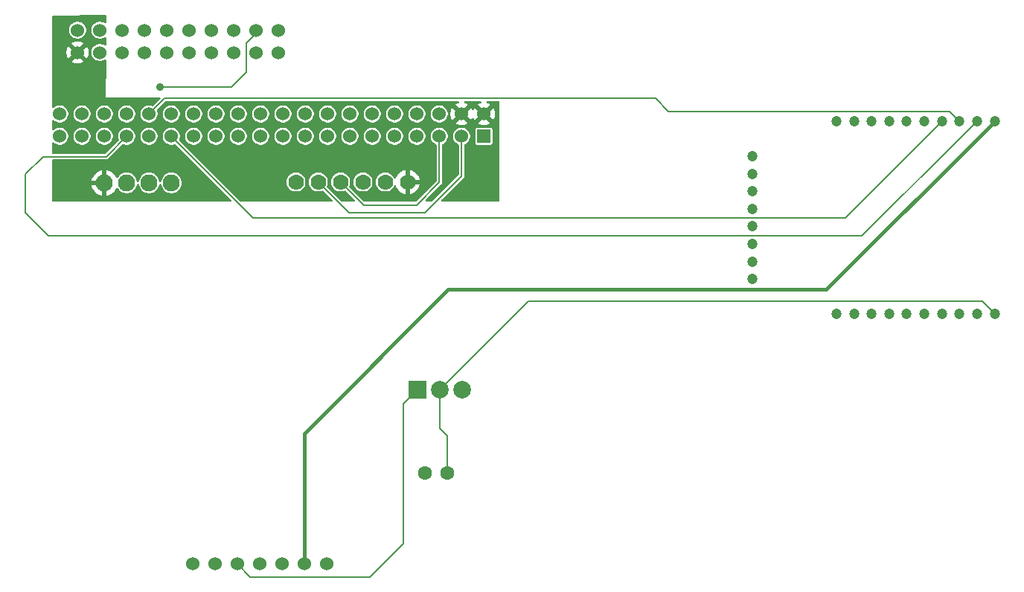
<source format=gbr>
%TF.GenerationSoftware,KiCad,Pcbnew,9.0.2*%
%TF.CreationDate,2025-07-28T15:43:42-04:00*%
%TF.ProjectId,WaterCam_mDot_WittyPi_AHT_BNO_Lepton,57617465-7243-4616-9d5f-6d446f745f57,rev?*%
%TF.SameCoordinates,Original*%
%TF.FileFunction,Copper,L1,Top*%
%TF.FilePolarity,Positive*%
%FSLAX46Y46*%
G04 Gerber Fmt 4.6, Leading zero omitted, Abs format (unit mm)*
G04 Created by KiCad (PCBNEW 9.0.2) date 2025-07-28 15:43:42*
%MOMM*%
%LPD*%
G01*
G04 APERTURE LIST*
%TA.AperFunction,ComponentPad*%
%ADD10C,1.930400*%
%TD*%
%TA.AperFunction,ComponentPad*%
%ADD11C,1.200000*%
%TD*%
%TA.AperFunction,ComponentPad*%
%ADD12C,1.778000*%
%TD*%
%TA.AperFunction,ComponentPad*%
%ADD13C,1.524000*%
%TD*%
%TA.AperFunction,ComponentPad*%
%ADD14C,1.600000*%
%TD*%
%TA.AperFunction,ComponentPad*%
%ADD15R,2.000000X2.000000*%
%TD*%
%TA.AperFunction,ComponentPad*%
%ADD16C,2.000000*%
%TD*%
%TA.AperFunction,ComponentPad*%
%ADD17R,1.524000X1.524000*%
%TD*%
%TA.AperFunction,ViaPad*%
%ADD18C,0.900000*%
%TD*%
%TA.AperFunction,Conductor*%
%ADD19C,0.200000*%
%TD*%
%TA.AperFunction,Conductor*%
%ADD20C,0.400000*%
%TD*%
G04 APERTURE END LIST*
D10*
%TO.P,U1,4,SDA*%
%TO.N,/GPIO2{slash}SDA1*%
X72710000Y-54620000D03*
%TO.P,U1,3,SCL*%
%TO.N,/GPIO3{slash}SCL1*%
X70170000Y-54620000D03*
%TO.P,U1,2,GND*%
%TO.N,GND*%
X67630000Y-54620000D03*
%TO.P,U1,1,VIN*%
%TO.N,+5V*%
X65090000Y-54620000D03*
%TD*%
D11*
%TO.P,U3,24,PC_1*%
%TO.N,unconnected-(U3-PC_1-Pad24)*%
X148365000Y-69500000D03*
%TO.P,U3,1,VDD*%
%TO.N,Net-(J3-3V3)*%
X166365000Y-47580000D03*
%TO.P,U3,2,PA_2*%
%TO.N,/GPIO13{slash}PWM1*%
X164365000Y-47580000D03*
%TO.P,U3,3,PA_3*%
%TO.N,/GPIO12{slash}PWM0*%
X162365000Y-47580000D03*
%TO.P,U3,4,PA_6*%
%TO.N,/GPIO5*%
X160365000Y-47580000D03*
%TO.P,U3,5,NRESET*%
%TO.N,unconnected-(U3-NRESET-Pad5)*%
X158365000Y-47580000D03*
%TO.P,U3,6,PA_8*%
%TO.N,unconnected-(U3-PA_8-Pad6)*%
X156365000Y-47580000D03*
%TO.P,U3,7,PC_9*%
%TO.N,unconnected-(U3-PC_9-Pad7)*%
X154365000Y-47580000D03*
%TO.P,U3,8,RFU*%
%TO.N,unconnected-(U3-RFU-Pad8)*%
X152365000Y-47580000D03*
%TO.P,U3,9,PA_11*%
%TO.N,unconnected-(U3-PA_11-Pad9)*%
X150365000Y-47580000D03*
%TO.P,U3,10,GND*%
%TO.N,GND*%
X148365000Y-47580000D03*
%TO.P,U3,11,VOUT*%
%TO.N,unconnected-(U3-VOUT-Pad11)*%
X138800000Y-51580000D03*
%TO.P,U3,12,GND*%
%TO.N,unconnected-(U3-GND-Pad12)*%
X138800000Y-53580000D03*
%TO.P,U3,13,PA_14*%
%TO.N,unconnected-(U3-PA_14-Pad13)*%
X138800000Y-55580000D03*
%TO.P,U3,14,PA_13*%
%TO.N,unconnected-(U3-PA_13-Pad14)*%
X138800000Y-57560000D03*
%TO.P,U3,15,PB_4*%
%TO.N,unconnected-(U3-PB_4-Pad15)*%
X138800000Y-59580000D03*
%TO.P,U3,16,PB_3*%
%TO.N,unconnected-(U3-PB_3-Pad16)*%
X138800000Y-61580000D03*
%TO.P,U3,17,PA_10*%
%TO.N,unconnected-(U3-PA_10-Pad17)*%
X138800000Y-63580000D03*
%TO.P,U3,18,PA_9*%
%TO.N,unconnected-(U3-PA_9-Pad18)*%
X138800000Y-65580000D03*
%TO.P,U3,19,PB_1*%
%TO.N,Net-(Q1-G)*%
X166365000Y-69500000D03*
%TO.P,U3,20,PB_0*%
%TO.N,unconnected-(U3-PB_0-Pad20)*%
X164365000Y-69540000D03*
%TO.P,U3,21,PA_5*%
%TO.N,unconnected-(U3-PA_5-Pad21)*%
X162365000Y-69500000D03*
%TO.P,U3,22,PA_4*%
%TO.N,unconnected-(U3-PA_4-Pad22)*%
X160365000Y-69500000D03*
%TO.P,U3,23,PA_1*%
%TO.N,unconnected-(U3-PA_1-Pad23)*%
X158365000Y-69540000D03*
%TO.P,U3,24,PC_1*%
%TO.N,unconnected-(U3-PC_1-Pad24)_1*%
X156365000Y-69540000D03*
%TO.P,U3,25,NC*%
%TO.N,unconnected-(U3-NC-Pad25)*%
X154365000Y-69540000D03*
%TO.P,U3,26,PC_13*%
%TO.N,unconnected-(U3-PC_13-Pad26)*%
X152365000Y-69540000D03*
%TO.P,U3,27,PA_0*%
%TO.N,unconnected-(U3-PA_0-Pad27)*%
X150365000Y-69540000D03*
%TD*%
D12*
%TO.P,U2,1,RST*%
%TO.N,unconnected-(U2-RST-Pad1)*%
X86870000Y-54510000D03*
%TO.P,U2,2,SDA*%
%TO.N,/GPIO2{slash}SDA1*%
X89410000Y-54510000D03*
%TO.P,U2,3,SCL*%
%TO.N,/GPIO3{slash}SCL1*%
X91950000Y-54510000D03*
%TO.P,U2,4,GND*%
%TO.N,GND*%
X94490000Y-54510000D03*
%TO.P,U2,5,3V*%
%TO.N,unconnected-(U2-3V-Pad5)*%
X97030000Y-54510000D03*
%TO.P,U2,6,VIN*%
%TO.N,+5V*%
X99570000Y-54510000D03*
%TD*%
D13*
%TO.P,J2,1,Pin_1*%
%TO.N,GND*%
X62030000Y-37230000D03*
%TO.P,J2,2,Pin_2*%
%TO.N,+5V*%
X62030000Y-39770000D03*
%TO.P,J2,3,Pin_3*%
%TO.N,unconnected-(J2-Pin_3-Pad3)*%
X64570000Y-37230000D03*
%TO.P,J2,4,Pin_4*%
%TO.N,unconnected-(J2-Pin_4-Pad4)*%
X64570000Y-39770000D03*
%TO.P,J2,5,Pin_5*%
%TO.N,/GPIO2{slash}SDA1*%
X67110000Y-37230000D03*
%TO.P,J2,6,Pin_6*%
%TO.N,unconnected-(J2-Pin_6-Pad6)*%
X67110000Y-39770000D03*
%TO.P,J2,7,Pin_7*%
%TO.N,/GPIO11{slash}SPI0.SCLK*%
X69650000Y-37230000D03*
%TO.P,J2,8,Pin_8*%
%TO.N,/GPIO3{slash}SCL1*%
X69650000Y-39770000D03*
%TO.P,J2,9,Pin_9*%
%TO.N,/GPIO10{slash}SPI0.MOSI*%
X72190000Y-37230000D03*
%TO.P,J2,10,Pin_10*%
%TO.N,/GPIO8{slash}SPI0.CE0*%
X72190000Y-39770000D03*
%TO.P,J2,11,Pin_11*%
%TO.N,unconnected-(J2-Pin_11-Pad11)*%
X74730000Y-37230000D03*
%TO.P,J2,12,Pin_12*%
%TO.N,/GPIO9{slash}SPI0.MISO*%
X74730000Y-39770000D03*
%TO.P,J2,13,Pin_13*%
%TO.N,unconnected-(J2-Pin_13-Pad13)*%
X77270000Y-37230000D03*
%TO.P,J2,14,Pin_14*%
%TO.N,unconnected-(J2-Pin_14-Pad14)*%
X77270000Y-39770000D03*
%TO.P,J2,15,Pin_15*%
%TO.N,/GPIO17*%
X79810000Y-37230000D03*
%TO.P,J2,16,Pin_16*%
%TO.N,unconnected-(J2-Pin_16-Pad16)*%
X79810000Y-39770000D03*
%TO.P,J2,17,Pin_17*%
%TO.N,/GPIO6*%
X82350000Y-37230000D03*
%TO.P,J2,18,Pin_18*%
%TO.N,unconnected-(J2-Pin_18-Pad18)*%
X82350000Y-39770000D03*
%TO.P,J2,19,Pin_19*%
%TO.N,unconnected-(J2-Pin_19-Pad19)*%
X84890000Y-37230000D03*
%TO.P,J2,20,Pin_20*%
%TO.N,unconnected-(J2-Pin_20-Pad20)*%
X84890000Y-39770000D03*
%TD*%
D14*
%TO.P,R3,1*%
%TO.N,GND*%
X101546000Y-87611000D03*
%TO.P,R3,2*%
%TO.N,Net-(Q1-G)*%
X104086000Y-87611000D03*
%TD*%
D13*
%TO.P,P3,7,GND*%
%TO.N,GND*%
X75110000Y-97990000D03*
%TO.P,P3,6,CATH*%
%TO.N,unconnected-(J3-CATH-Pad6)*%
X77650000Y-97990000D03*
%TO.P,P3,5,SW*%
%TO.N,Net-(J3-SW)*%
X80190000Y-97990000D03*
%TO.P,P3,4,ALM*%
%TO.N,unconnected-(J3-ALM-Pad4)*%
X82730000Y-97990000D03*
%TO.P,P3,3,LED*%
%TO.N,unconnected-(J3-LED-Pad3)*%
X85270000Y-97990000D03*
%TO.P,P3,2,3V3*%
%TO.N,Net-(J3-3V3)*%
X87810000Y-97990000D03*
%TO.P,P3,1,VOUT*%
%TO.N,unconnected-(J3-VOUT-Pad1)*%
X90350000Y-97990000D03*
%TD*%
D15*
%TO.P,Q1,1,D*%
%TO.N,Net-(J3-SW)*%
X100694500Y-78126500D03*
D16*
%TO.P,Q1,2,G*%
%TO.N,Net-(Q1-G)*%
X103234500Y-78126500D03*
%TO.P,Q1,3,S*%
%TO.N,GND*%
X105774500Y-78126500D03*
%TD*%
D17*
%TO.P,J1,1,Pin_1*%
%TO.N,unconnected-(J1-Pin_1-Pad1)*%
X108260000Y-49310000D03*
D13*
%TO.P,J1,2,Pin_2*%
%TO.N,+5V*%
X108260000Y-46770000D03*
%TO.P,J1,3,Pin_3*%
%TO.N,/GPIO2{slash}SDA1*%
X105720000Y-49310000D03*
%TO.P,J1,4,Pin_4*%
%TO.N,+5V*%
X105720000Y-46770000D03*
%TO.P,J1,5,Pin_5*%
%TO.N,/GPIO3{slash}SCL1*%
X103180000Y-49310000D03*
%TO.P,J1,6,Pin_6*%
%TO.N,GND*%
X103180000Y-46770000D03*
%TO.P,J1,7,Pin_7*%
%TO.N,/GPIO4{slash}GPCLK0*%
X100640000Y-49310000D03*
%TO.P,J1,8,Pin_8*%
%TO.N,/GPIO14{slash}TXD0*%
X100640000Y-46770000D03*
%TO.P,J1,9,Pin_9*%
%TO.N,GND*%
X98100000Y-49310000D03*
%TO.P,J1,10,Pin_10*%
%TO.N,/GPIO15{slash}RXD0*%
X98100000Y-46770000D03*
%TO.P,J1,11,Pin_11*%
%TO.N,/GPIO17*%
X95560000Y-49310000D03*
%TO.P,J1,12,Pin_12*%
%TO.N,/GPIO18{slash}PCM.CLK*%
X95560000Y-46770000D03*
%TO.P,J1,13,Pin_13*%
%TO.N,/GPIO27*%
X93020000Y-49310000D03*
%TO.P,J1,14,Pin_14*%
%TO.N,GND*%
X93020000Y-46770000D03*
%TO.P,J1,15,Pin_15*%
%TO.N,/GPIO22*%
X90480000Y-49310000D03*
%TO.P,J1,16,Pin_16*%
%TO.N,/GPIO23*%
X90480000Y-46770000D03*
%TO.P,J1,17,Pin_17*%
%TO.N,unconnected-(J1-Pin_17-Pad17)*%
X87940000Y-49310000D03*
%TO.P,J1,18,Pin_18*%
%TO.N,/GPIO24*%
X87940000Y-46770000D03*
%TO.P,J1,19,Pin_19*%
%TO.N,/GPIO10{slash}SPI0.MOSI*%
X85400000Y-49310000D03*
%TO.P,J1,20,Pin_20*%
%TO.N,GND*%
X85400000Y-46770000D03*
%TO.P,J1,21,Pin_21*%
%TO.N,/GPIO9{slash}SPI0.MISO*%
X82860000Y-49310000D03*
%TO.P,J1,22,Pin_22*%
%TO.N,/GPIO25*%
X82860000Y-46770000D03*
%TO.P,J1,23,Pin_23*%
%TO.N,/GPIO11{slash}SPI0.SCLK*%
X80320000Y-49310000D03*
%TO.P,J1,24,Pin_24*%
%TO.N,/GPIO8{slash}SPI0.CE0*%
X80320000Y-46770000D03*
%TO.P,J1,25,Pin_25*%
%TO.N,GND*%
X77780000Y-49310000D03*
%TO.P,J1,26,Pin_26*%
%TO.N,/GPIO7{slash}SPI0.CE1*%
X77780000Y-46770000D03*
%TO.P,J1,27,Pin_27*%
%TO.N,/ID_SDA*%
X75240000Y-49310000D03*
%TO.P,J1,28,Pin_28*%
%TO.N,/ID_SCL*%
X75240000Y-46770000D03*
%TO.P,J1,29,Pin_29*%
%TO.N,/GPIO5*%
X72700000Y-49310000D03*
%TO.P,J1,30,Pin_30*%
%TO.N,GND*%
X72700000Y-46770000D03*
%TO.P,J1,31,Pin_31*%
%TO.N,/GPIO6*%
X70160000Y-49310000D03*
%TO.P,J1,32,Pin_32*%
%TO.N,/GPIO12{slash}PWM0*%
X70160000Y-46770000D03*
%TO.P,J1,33,Pin_33*%
%TO.N,/GPIO13{slash}PWM1*%
X67620000Y-49310000D03*
%TO.P,J1,34,Pin_34*%
%TO.N,GND*%
X67620000Y-46770000D03*
%TO.P,J1,35,Pin_35*%
%TO.N,/GPIO19{slash}PCM.FS*%
X65080000Y-49310000D03*
%TO.P,J1,36,Pin_36*%
%TO.N,/GPIO16*%
X65080000Y-46770000D03*
%TO.P,J1,37,Pin_37*%
%TO.N,/GPIO26*%
X62540000Y-49310000D03*
%TO.P,J1,38,Pin_38*%
%TO.N,/GPIO20{slash}PCM.DIN*%
X62540000Y-46770000D03*
%TO.P,J1,39,Pin_39*%
%TO.N,GND*%
X60000000Y-49310000D03*
%TO.P,J1,40,Pin_40*%
%TO.N,/GPIO21{slash}PCM.DOUT*%
X60000000Y-46770000D03*
%TD*%
D18*
%TO.N,/GPIO6*%
X71411000Y-43690000D03*
%TD*%
D19*
%TO.N,Net-(Q1-G)*%
X164929000Y-68064000D02*
X113741000Y-68064000D01*
X103234500Y-78126500D02*
X113297000Y-68064000D01*
X113297000Y-68064000D02*
X113741000Y-68064000D01*
X104086000Y-87611000D02*
X104086000Y-83400000D01*
X104086000Y-83400000D02*
X103234500Y-82548500D01*
X103234500Y-82548500D02*
X103234500Y-78126500D01*
%TO.N,Net-(J3-SW)*%
X95270000Y-99490000D02*
X99078500Y-95681500D01*
X99078500Y-79742500D02*
X99078500Y-95681500D01*
X100694500Y-78126500D02*
X99078500Y-79742500D01*
%TO.N,/GPIO13{slash}PWM1*%
X58713000Y-60679000D02*
X83599000Y-60679000D01*
X83599000Y-60679000D02*
X83600000Y-60680000D01*
%TO.N,/GPIO6*%
X71411000Y-43690000D02*
X79550000Y-43690000D01*
X79550000Y-43690000D02*
X81190000Y-42050000D01*
X81190000Y-38730000D02*
X82460000Y-37460000D01*
X81190000Y-42050000D02*
X81190000Y-38730000D01*
%TO.N,/GPIO13{slash}PWM1*%
X58103000Y-51629000D02*
X56082000Y-53650000D01*
X67620000Y-49310000D02*
X65301000Y-51629000D01*
X56082000Y-53650000D02*
X56082000Y-58048000D01*
X65301000Y-51629000D02*
X58103000Y-51629000D01*
X56082000Y-58048000D02*
X58713000Y-60679000D01*
X164365000Y-47580000D02*
X162750207Y-49194793D01*
X162750207Y-49194793D02*
X162738207Y-49194793D01*
X151254000Y-60679000D02*
X83600000Y-60680000D01*
X162738207Y-49194793D02*
X151254000Y-60679000D01*
%TO.N,/GPIO5*%
X72700000Y-49310000D02*
X81956000Y-58566000D01*
X81956000Y-58566000D02*
X87090000Y-58566000D01*
%TO.N,/GPIO3{slash}SCL1*%
X94618000Y-57178000D02*
X100584000Y-57178000D01*
X91950000Y-54510000D02*
X94618000Y-57178000D01*
X103180000Y-54582000D02*
X103180000Y-49310000D01*
X100584000Y-57178000D02*
X103180000Y-54582000D01*
%TO.N,/GPIO2{slash}SDA1*%
X89410000Y-54510000D02*
X92920000Y-58020000D01*
X92920000Y-58020000D02*
X101537000Y-58020000D01*
X101537000Y-58020000D02*
X105720000Y-53837000D01*
X105720000Y-53837000D02*
X105720000Y-49310000D01*
%TO.N,/GPIO5*%
X149379000Y-58566000D02*
X160365000Y-47580000D01*
X87090000Y-58566000D02*
X149379000Y-58566000D01*
%TO.N,/GPIO12{slash}PWM0*%
X127759600Y-45018000D02*
X129211600Y-46470000D01*
X70160000Y-46770000D02*
X71912000Y-45018000D01*
X71912000Y-45018000D02*
X127759600Y-45018000D01*
X129211600Y-46470000D02*
X161255000Y-46470000D01*
X161255000Y-46470000D02*
X162365000Y-47580000D01*
%TO.N,/GPIO13{slash}PWM1*%
X67094000Y-49310000D02*
X67620000Y-49310000D01*
%TO.N,Net-(J3-SW)*%
X80190000Y-97990000D02*
X81690000Y-99490000D01*
X81690000Y-99490000D02*
X95270000Y-99490000D01*
D20*
%TO.N,Net-(J3-3V3)*%
X87810000Y-97990000D02*
X87810000Y-83126000D01*
X104197000Y-66739000D02*
X147206000Y-66739000D01*
X147206000Y-66739000D02*
X166365000Y-47580000D01*
X87810000Y-83126000D02*
X104197000Y-66739000D01*
D19*
%TO.N,Net-(Q1-G)*%
X166365000Y-69500000D02*
X164929000Y-68064000D01*
X104205000Y-88005000D02*
X103582500Y-87382500D01*
%TD*%
%TA.AperFunction,Conductor*%
%TO.N,+5V*%
G36*
X65246635Y-35515736D02*
G01*
X65293315Y-35567724D01*
X65305446Y-35621759D01*
X65302355Y-36330309D01*
X65282378Y-36397262D01*
X65229375Y-36442786D01*
X65160174Y-36452428D01*
X65109466Y-36432871D01*
X65056173Y-36397262D01*
X65025915Y-36377044D01*
X65025912Y-36377042D01*
X65025911Y-36377042D01*
X64850751Y-36304488D01*
X64850743Y-36304486D01*
X64664802Y-36267500D01*
X64664798Y-36267500D01*
X64475202Y-36267500D01*
X64475197Y-36267500D01*
X64289256Y-36304486D01*
X64289248Y-36304488D01*
X64114087Y-36377042D01*
X63956441Y-36482377D01*
X63822377Y-36616441D01*
X63717042Y-36774087D01*
X63644488Y-36949248D01*
X63644486Y-36949256D01*
X63607500Y-37135197D01*
X63607500Y-37324802D01*
X63644486Y-37510743D01*
X63644488Y-37510751D01*
X63717042Y-37685912D01*
X63822377Y-37843558D01*
X63956441Y-37977622D01*
X64007166Y-38011515D01*
X64114085Y-38082956D01*
X64114086Y-38082956D01*
X64114087Y-38082957D01*
X64153766Y-38099392D01*
X64289249Y-38155512D01*
X64475197Y-38192499D01*
X64475201Y-38192500D01*
X64475202Y-38192500D01*
X64664799Y-38192500D01*
X64664800Y-38192499D01*
X64850751Y-38155512D01*
X65025915Y-38082956D01*
X65101589Y-38032391D01*
X65168263Y-38011515D01*
X65235643Y-38029999D01*
X65282334Y-38081978D01*
X65294476Y-38136036D01*
X65291305Y-38862926D01*
X65271328Y-38929879D01*
X65218325Y-38975403D01*
X65149124Y-38985045D01*
X65098416Y-38965487D01*
X65025917Y-38917045D01*
X65025913Y-38917043D01*
X64850751Y-38844488D01*
X64850743Y-38844486D01*
X64664802Y-38807500D01*
X64664798Y-38807500D01*
X64475202Y-38807500D01*
X64475197Y-38807500D01*
X64289256Y-38844486D01*
X64289248Y-38844488D01*
X64114087Y-38917042D01*
X63956441Y-39022377D01*
X63822377Y-39156441D01*
X63717042Y-39314087D01*
X63644488Y-39489248D01*
X63644486Y-39489256D01*
X63607500Y-39675197D01*
X63607500Y-39864802D01*
X63644486Y-40050743D01*
X63644488Y-40050751D01*
X63717042Y-40225912D01*
X63822377Y-40383558D01*
X63956441Y-40517622D01*
X64018280Y-40558941D01*
X64114085Y-40622956D01*
X64114086Y-40622956D01*
X64114087Y-40622957D01*
X64129649Y-40629403D01*
X64289249Y-40695512D01*
X64475197Y-40732499D01*
X64475201Y-40732500D01*
X64475202Y-40732500D01*
X64664799Y-40732500D01*
X64664800Y-40732499D01*
X64850751Y-40695512D01*
X65025915Y-40622956D01*
X65090476Y-40579817D01*
X65157148Y-40558941D01*
X65224529Y-40577425D01*
X65271219Y-40629403D01*
X65283362Y-40683462D01*
X65265100Y-44869394D01*
X65265101Y-44869393D01*
X65265101Y-44869394D01*
X71343088Y-44862442D01*
X71410144Y-44882049D01*
X71455959Y-44934801D01*
X71465982Y-45003948D01*
X71437030Y-45067536D01*
X71430905Y-45074122D01*
X70654751Y-45850276D01*
X70593428Y-45883761D01*
X70523736Y-45878777D01*
X70519637Y-45877164D01*
X70440751Y-45844488D01*
X70440743Y-45844486D01*
X70254802Y-45807500D01*
X70254798Y-45807500D01*
X70065202Y-45807500D01*
X70065197Y-45807500D01*
X69879256Y-45844486D01*
X69879248Y-45844488D01*
X69704087Y-45917042D01*
X69546441Y-46022377D01*
X69412377Y-46156441D01*
X69307042Y-46314087D01*
X69234488Y-46489248D01*
X69234486Y-46489256D01*
X69197500Y-46675197D01*
X69197500Y-46864802D01*
X69234486Y-47050743D01*
X69234488Y-47050751D01*
X69307042Y-47225912D01*
X69412377Y-47383558D01*
X69546441Y-47517622D01*
X69623219Y-47568923D01*
X69704085Y-47622956D01*
X69879249Y-47695512D01*
X70065197Y-47732499D01*
X70065201Y-47732500D01*
X70065202Y-47732500D01*
X70254799Y-47732500D01*
X70254800Y-47732499D01*
X70440751Y-47695512D01*
X70615915Y-47622956D01*
X70773558Y-47517622D01*
X70907622Y-47383558D01*
X71012956Y-47225915D01*
X71085512Y-47050751D01*
X71122500Y-46864798D01*
X71122500Y-46675202D01*
X71122499Y-46675199D01*
X71122499Y-46675197D01*
X71737500Y-46675197D01*
X71737500Y-46864802D01*
X71774486Y-47050743D01*
X71774488Y-47050751D01*
X71847042Y-47225912D01*
X71952377Y-47383558D01*
X72086441Y-47517622D01*
X72163219Y-47568923D01*
X72244085Y-47622956D01*
X72419249Y-47695512D01*
X72605197Y-47732499D01*
X72605201Y-47732500D01*
X72605202Y-47732500D01*
X72794799Y-47732500D01*
X72794800Y-47732499D01*
X72980751Y-47695512D01*
X73155915Y-47622956D01*
X73313558Y-47517622D01*
X73447622Y-47383558D01*
X73552956Y-47225915D01*
X73625512Y-47050751D01*
X73662500Y-46864798D01*
X73662500Y-46675202D01*
X73662499Y-46675199D01*
X73662499Y-46675197D01*
X74277500Y-46675197D01*
X74277500Y-46864802D01*
X74314486Y-47050743D01*
X74314488Y-47050751D01*
X74387042Y-47225912D01*
X74492377Y-47383558D01*
X74626441Y-47517622D01*
X74703219Y-47568923D01*
X74784085Y-47622956D01*
X74959249Y-47695512D01*
X75145197Y-47732499D01*
X75145201Y-47732500D01*
X75145202Y-47732500D01*
X75334799Y-47732500D01*
X75334800Y-47732499D01*
X75520751Y-47695512D01*
X75695915Y-47622956D01*
X75853558Y-47517622D01*
X75987622Y-47383558D01*
X76092956Y-47225915D01*
X76165512Y-47050751D01*
X76202500Y-46864798D01*
X76202500Y-46675202D01*
X76202499Y-46675199D01*
X76202499Y-46675197D01*
X76817500Y-46675197D01*
X76817500Y-46864802D01*
X76854486Y-47050743D01*
X76854488Y-47050751D01*
X76927042Y-47225912D01*
X77032377Y-47383558D01*
X77166441Y-47517622D01*
X77243219Y-47568923D01*
X77324085Y-47622956D01*
X77499249Y-47695512D01*
X77685197Y-47732499D01*
X77685201Y-47732500D01*
X77685202Y-47732500D01*
X77874799Y-47732500D01*
X77874800Y-47732499D01*
X78060751Y-47695512D01*
X78235915Y-47622956D01*
X78393558Y-47517622D01*
X78527622Y-47383558D01*
X78632956Y-47225915D01*
X78705512Y-47050751D01*
X78742500Y-46864798D01*
X78742500Y-46675202D01*
X78742499Y-46675199D01*
X78742499Y-46675197D01*
X79357500Y-46675197D01*
X79357500Y-46864802D01*
X79394486Y-47050743D01*
X79394488Y-47050751D01*
X79467042Y-47225912D01*
X79572377Y-47383558D01*
X79706441Y-47517622D01*
X79783219Y-47568923D01*
X79864085Y-47622956D01*
X80039249Y-47695512D01*
X80225197Y-47732499D01*
X80225201Y-47732500D01*
X80225202Y-47732500D01*
X80414799Y-47732500D01*
X80414800Y-47732499D01*
X80600751Y-47695512D01*
X80775915Y-47622956D01*
X80933558Y-47517622D01*
X81067622Y-47383558D01*
X81172956Y-47225915D01*
X81245512Y-47050751D01*
X81282500Y-46864798D01*
X81282500Y-46675202D01*
X81282499Y-46675199D01*
X81282499Y-46675197D01*
X81897500Y-46675197D01*
X81897500Y-46864802D01*
X81934486Y-47050743D01*
X81934488Y-47050751D01*
X82007042Y-47225912D01*
X82112377Y-47383558D01*
X82246441Y-47517622D01*
X82323219Y-47568923D01*
X82404085Y-47622956D01*
X82579249Y-47695512D01*
X82765197Y-47732499D01*
X82765201Y-47732500D01*
X82765202Y-47732500D01*
X82954799Y-47732500D01*
X82954800Y-47732499D01*
X83140751Y-47695512D01*
X83315915Y-47622956D01*
X83473558Y-47517622D01*
X83607622Y-47383558D01*
X83712956Y-47225915D01*
X83785512Y-47050751D01*
X83822500Y-46864798D01*
X83822500Y-46675202D01*
X83822499Y-46675199D01*
X83822499Y-46675197D01*
X84437500Y-46675197D01*
X84437500Y-46864802D01*
X84474486Y-47050743D01*
X84474488Y-47050751D01*
X84547042Y-47225912D01*
X84652377Y-47383558D01*
X84786441Y-47517622D01*
X84863219Y-47568923D01*
X84944085Y-47622956D01*
X85119249Y-47695512D01*
X85305197Y-47732499D01*
X85305201Y-47732500D01*
X85305202Y-47732500D01*
X85494799Y-47732500D01*
X85494800Y-47732499D01*
X85680751Y-47695512D01*
X85855915Y-47622956D01*
X86013558Y-47517622D01*
X86147622Y-47383558D01*
X86252956Y-47225915D01*
X86325512Y-47050751D01*
X86362500Y-46864798D01*
X86362500Y-46675202D01*
X86362499Y-46675199D01*
X86362499Y-46675197D01*
X86977500Y-46675197D01*
X86977500Y-46864802D01*
X87014486Y-47050743D01*
X87014488Y-47050751D01*
X87087042Y-47225912D01*
X87192377Y-47383558D01*
X87326441Y-47517622D01*
X87403219Y-47568923D01*
X87484085Y-47622956D01*
X87659249Y-47695512D01*
X87845197Y-47732499D01*
X87845201Y-47732500D01*
X87845202Y-47732500D01*
X88034799Y-47732500D01*
X88034800Y-47732499D01*
X88220751Y-47695512D01*
X88395915Y-47622956D01*
X88553558Y-47517622D01*
X88687622Y-47383558D01*
X88792956Y-47225915D01*
X88865512Y-47050751D01*
X88902500Y-46864798D01*
X88902500Y-46675202D01*
X88902499Y-46675199D01*
X88902499Y-46675197D01*
X89517500Y-46675197D01*
X89517500Y-46864802D01*
X89554486Y-47050743D01*
X89554488Y-47050751D01*
X89627042Y-47225912D01*
X89732377Y-47383558D01*
X89866441Y-47517622D01*
X89943219Y-47568923D01*
X90024085Y-47622956D01*
X90199249Y-47695512D01*
X90385197Y-47732499D01*
X90385201Y-47732500D01*
X90385202Y-47732500D01*
X90574799Y-47732500D01*
X90574800Y-47732499D01*
X90760751Y-47695512D01*
X90935915Y-47622956D01*
X91093558Y-47517622D01*
X91227622Y-47383558D01*
X91332956Y-47225915D01*
X91405512Y-47050751D01*
X91442500Y-46864798D01*
X91442500Y-46675202D01*
X91442499Y-46675199D01*
X91442499Y-46675197D01*
X92057500Y-46675197D01*
X92057500Y-46864802D01*
X92094486Y-47050743D01*
X92094488Y-47050751D01*
X92167042Y-47225912D01*
X92272377Y-47383558D01*
X92406441Y-47517622D01*
X92483219Y-47568923D01*
X92564085Y-47622956D01*
X92739249Y-47695512D01*
X92925197Y-47732499D01*
X92925201Y-47732500D01*
X92925202Y-47732500D01*
X93114799Y-47732500D01*
X93114800Y-47732499D01*
X93300751Y-47695512D01*
X93475915Y-47622956D01*
X93633558Y-47517622D01*
X93767622Y-47383558D01*
X93872956Y-47225915D01*
X93945512Y-47050751D01*
X93982500Y-46864798D01*
X93982500Y-46675202D01*
X93982499Y-46675199D01*
X93982499Y-46675197D01*
X94597500Y-46675197D01*
X94597500Y-46864802D01*
X94634486Y-47050743D01*
X94634488Y-47050751D01*
X94707042Y-47225912D01*
X94812377Y-47383558D01*
X94946441Y-47517622D01*
X95023219Y-47568923D01*
X95104085Y-47622956D01*
X95279249Y-47695512D01*
X95465197Y-47732499D01*
X95465201Y-47732500D01*
X95465202Y-47732500D01*
X95654799Y-47732500D01*
X95654800Y-47732499D01*
X95840751Y-47695512D01*
X96015915Y-47622956D01*
X96173558Y-47517622D01*
X96307622Y-47383558D01*
X96412956Y-47225915D01*
X96485512Y-47050751D01*
X96522500Y-46864798D01*
X96522500Y-46675202D01*
X96522499Y-46675199D01*
X96522499Y-46675197D01*
X97137500Y-46675197D01*
X97137500Y-46864802D01*
X97174486Y-47050743D01*
X97174488Y-47050751D01*
X97247042Y-47225912D01*
X97352377Y-47383558D01*
X97486441Y-47517622D01*
X97563219Y-47568923D01*
X97644085Y-47622956D01*
X97819249Y-47695512D01*
X98005197Y-47732499D01*
X98005201Y-47732500D01*
X98005202Y-47732500D01*
X98194799Y-47732500D01*
X98194800Y-47732499D01*
X98380751Y-47695512D01*
X98555915Y-47622956D01*
X98713558Y-47517622D01*
X98847622Y-47383558D01*
X98952956Y-47225915D01*
X99025512Y-47050751D01*
X99062500Y-46864798D01*
X99062500Y-46675202D01*
X99062499Y-46675199D01*
X99062499Y-46675197D01*
X99677500Y-46675197D01*
X99677500Y-46864802D01*
X99714486Y-47050743D01*
X99714488Y-47050751D01*
X99787042Y-47225912D01*
X99892377Y-47383558D01*
X100026441Y-47517622D01*
X100103219Y-47568923D01*
X100184085Y-47622956D01*
X100359249Y-47695512D01*
X100545197Y-47732499D01*
X100545201Y-47732500D01*
X100545202Y-47732500D01*
X100734799Y-47732500D01*
X100734800Y-47732499D01*
X100920751Y-47695512D01*
X101095915Y-47622956D01*
X101253558Y-47517622D01*
X101387622Y-47383558D01*
X101492956Y-47225915D01*
X101565512Y-47050751D01*
X101602500Y-46864798D01*
X101602500Y-46675202D01*
X101602499Y-46675199D01*
X101602499Y-46675197D01*
X102217500Y-46675197D01*
X102217500Y-46864802D01*
X102254486Y-47050743D01*
X102254488Y-47050751D01*
X102327042Y-47225912D01*
X102432377Y-47383558D01*
X102566441Y-47517622D01*
X102643219Y-47568923D01*
X102724085Y-47622956D01*
X102899249Y-47695512D01*
X103085197Y-47732499D01*
X103085201Y-47732500D01*
X103085202Y-47732500D01*
X103274799Y-47732500D01*
X103274800Y-47732499D01*
X103460751Y-47695512D01*
X103635915Y-47622956D01*
X103793558Y-47517622D01*
X103927622Y-47383558D01*
X104032956Y-47225915D01*
X104105512Y-47050751D01*
X104142500Y-46864798D01*
X104142500Y-46675202D01*
X104142500Y-46675201D01*
X104142500Y-46675199D01*
X104105513Y-46489256D01*
X104105512Y-46489249D01*
X104032956Y-46314085D01*
X103997686Y-46261300D01*
X103927622Y-46156441D01*
X103793558Y-46022377D01*
X103635912Y-45917042D01*
X103460751Y-45844488D01*
X103460743Y-45844486D01*
X103274802Y-45807500D01*
X103274798Y-45807500D01*
X103085202Y-45807500D01*
X103085197Y-45807500D01*
X102899256Y-45844486D01*
X102899248Y-45844488D01*
X102724087Y-45917042D01*
X102566441Y-46022377D01*
X102432377Y-46156441D01*
X102327042Y-46314087D01*
X102254488Y-46489248D01*
X102254486Y-46489256D01*
X102217500Y-46675197D01*
X101602499Y-46675197D01*
X101565513Y-46489256D01*
X101565512Y-46489249D01*
X101492956Y-46314085D01*
X101457686Y-46261300D01*
X101387622Y-46156441D01*
X101253558Y-46022377D01*
X101095912Y-45917042D01*
X100920751Y-45844488D01*
X100920743Y-45844486D01*
X100734802Y-45807500D01*
X100734798Y-45807500D01*
X100545202Y-45807500D01*
X100545197Y-45807500D01*
X100359256Y-45844486D01*
X100359248Y-45844488D01*
X100184087Y-45917042D01*
X100026441Y-46022377D01*
X99892377Y-46156441D01*
X99787042Y-46314087D01*
X99714488Y-46489248D01*
X99714486Y-46489256D01*
X99677500Y-46675197D01*
X99062499Y-46675197D01*
X99025513Y-46489256D01*
X99025512Y-46489249D01*
X98952956Y-46314085D01*
X98917686Y-46261300D01*
X98847622Y-46156441D01*
X98713558Y-46022377D01*
X98555912Y-45917042D01*
X98380751Y-45844488D01*
X98380743Y-45844486D01*
X98194802Y-45807500D01*
X98194798Y-45807500D01*
X98005202Y-45807500D01*
X98005197Y-45807500D01*
X97819256Y-45844486D01*
X97819248Y-45844488D01*
X97644087Y-45917042D01*
X97486441Y-46022377D01*
X97352377Y-46156441D01*
X97247042Y-46314087D01*
X97174488Y-46489248D01*
X97174486Y-46489256D01*
X97137500Y-46675197D01*
X96522499Y-46675197D01*
X96485513Y-46489256D01*
X96485512Y-46489249D01*
X96412956Y-46314085D01*
X96377686Y-46261300D01*
X96307622Y-46156441D01*
X96173558Y-46022377D01*
X96015912Y-45917042D01*
X95840751Y-45844488D01*
X95840743Y-45844486D01*
X95654802Y-45807500D01*
X95654798Y-45807500D01*
X95465202Y-45807500D01*
X95465197Y-45807500D01*
X95279256Y-45844486D01*
X95279248Y-45844488D01*
X95104087Y-45917042D01*
X94946441Y-46022377D01*
X94812377Y-46156441D01*
X94707042Y-46314087D01*
X94634488Y-46489248D01*
X94634486Y-46489256D01*
X94597500Y-46675197D01*
X93982499Y-46675197D01*
X93945513Y-46489256D01*
X93945512Y-46489249D01*
X93872956Y-46314085D01*
X93837686Y-46261300D01*
X93767622Y-46156441D01*
X93633558Y-46022377D01*
X93475912Y-45917042D01*
X93300751Y-45844488D01*
X93300743Y-45844486D01*
X93114802Y-45807500D01*
X93114798Y-45807500D01*
X92925202Y-45807500D01*
X92925197Y-45807500D01*
X92739256Y-45844486D01*
X92739248Y-45844488D01*
X92564087Y-45917042D01*
X92406441Y-46022377D01*
X92272377Y-46156441D01*
X92167042Y-46314087D01*
X92094488Y-46489248D01*
X92094486Y-46489256D01*
X92057500Y-46675197D01*
X91442499Y-46675197D01*
X91405513Y-46489256D01*
X91405512Y-46489249D01*
X91332956Y-46314085D01*
X91297686Y-46261300D01*
X91227622Y-46156441D01*
X91093558Y-46022377D01*
X90935912Y-45917042D01*
X90760751Y-45844488D01*
X90760743Y-45844486D01*
X90574802Y-45807500D01*
X90574798Y-45807500D01*
X90385202Y-45807500D01*
X90385197Y-45807500D01*
X90199256Y-45844486D01*
X90199248Y-45844488D01*
X90024087Y-45917042D01*
X89866441Y-46022377D01*
X89732377Y-46156441D01*
X89627042Y-46314087D01*
X89554488Y-46489248D01*
X89554486Y-46489256D01*
X89517500Y-46675197D01*
X88902499Y-46675197D01*
X88865513Y-46489256D01*
X88865512Y-46489249D01*
X88792956Y-46314085D01*
X88757686Y-46261300D01*
X88687622Y-46156441D01*
X88553558Y-46022377D01*
X88395912Y-45917042D01*
X88220751Y-45844488D01*
X88220743Y-45844486D01*
X88034802Y-45807500D01*
X88034798Y-45807500D01*
X87845202Y-45807500D01*
X87845197Y-45807500D01*
X87659256Y-45844486D01*
X87659248Y-45844488D01*
X87484087Y-45917042D01*
X87326441Y-46022377D01*
X87192377Y-46156441D01*
X87087042Y-46314087D01*
X87014488Y-46489248D01*
X87014486Y-46489256D01*
X86977500Y-46675197D01*
X86362499Y-46675197D01*
X86325513Y-46489256D01*
X86325512Y-46489249D01*
X86252956Y-46314085D01*
X86217686Y-46261300D01*
X86147622Y-46156441D01*
X86013558Y-46022377D01*
X85855912Y-45917042D01*
X85680751Y-45844488D01*
X85680743Y-45844486D01*
X85494802Y-45807500D01*
X85494798Y-45807500D01*
X85305202Y-45807500D01*
X85305197Y-45807500D01*
X85119256Y-45844486D01*
X85119248Y-45844488D01*
X84944087Y-45917042D01*
X84786441Y-46022377D01*
X84652377Y-46156441D01*
X84547042Y-46314087D01*
X84474488Y-46489248D01*
X84474486Y-46489256D01*
X84437500Y-46675197D01*
X83822499Y-46675197D01*
X83785513Y-46489256D01*
X83785512Y-46489249D01*
X83712956Y-46314085D01*
X83677686Y-46261300D01*
X83607622Y-46156441D01*
X83473558Y-46022377D01*
X83315912Y-45917042D01*
X83140751Y-45844488D01*
X83140743Y-45844486D01*
X82954802Y-45807500D01*
X82954798Y-45807500D01*
X82765202Y-45807500D01*
X82765197Y-45807500D01*
X82579256Y-45844486D01*
X82579248Y-45844488D01*
X82404087Y-45917042D01*
X82246441Y-46022377D01*
X82112377Y-46156441D01*
X82007042Y-46314087D01*
X81934488Y-46489248D01*
X81934486Y-46489256D01*
X81897500Y-46675197D01*
X81282499Y-46675197D01*
X81245513Y-46489256D01*
X81245512Y-46489249D01*
X81172956Y-46314085D01*
X81137686Y-46261300D01*
X81067622Y-46156441D01*
X80933558Y-46022377D01*
X80775912Y-45917042D01*
X80600751Y-45844488D01*
X80600743Y-45844486D01*
X80414802Y-45807500D01*
X80414798Y-45807500D01*
X80225202Y-45807500D01*
X80225197Y-45807500D01*
X80039256Y-45844486D01*
X80039248Y-45844488D01*
X79864087Y-45917042D01*
X79706441Y-46022377D01*
X79572377Y-46156441D01*
X79467042Y-46314087D01*
X79394488Y-46489248D01*
X79394486Y-46489256D01*
X79357500Y-46675197D01*
X78742499Y-46675197D01*
X78705513Y-46489256D01*
X78705512Y-46489249D01*
X78632956Y-46314085D01*
X78597686Y-46261300D01*
X78527622Y-46156441D01*
X78393558Y-46022377D01*
X78235912Y-45917042D01*
X78060751Y-45844488D01*
X78060743Y-45844486D01*
X77874802Y-45807500D01*
X77874798Y-45807500D01*
X77685202Y-45807500D01*
X77685197Y-45807500D01*
X77499256Y-45844486D01*
X77499248Y-45844488D01*
X77324087Y-45917042D01*
X77166441Y-46022377D01*
X77032377Y-46156441D01*
X76927042Y-46314087D01*
X76854488Y-46489248D01*
X76854486Y-46489256D01*
X76817500Y-46675197D01*
X76202499Y-46675197D01*
X76165513Y-46489256D01*
X76165512Y-46489249D01*
X76092956Y-46314085D01*
X76057686Y-46261300D01*
X75987622Y-46156441D01*
X75853558Y-46022377D01*
X75695912Y-45917042D01*
X75520751Y-45844488D01*
X75520743Y-45844486D01*
X75334802Y-45807500D01*
X75334798Y-45807500D01*
X75145202Y-45807500D01*
X75145197Y-45807500D01*
X74959256Y-45844486D01*
X74959248Y-45844488D01*
X74784087Y-45917042D01*
X74626441Y-46022377D01*
X74492377Y-46156441D01*
X74387042Y-46314087D01*
X74314488Y-46489248D01*
X74314486Y-46489256D01*
X74277500Y-46675197D01*
X73662499Y-46675197D01*
X73625513Y-46489256D01*
X73625512Y-46489249D01*
X73552956Y-46314085D01*
X73517686Y-46261300D01*
X73447622Y-46156441D01*
X73313558Y-46022377D01*
X73155912Y-45917042D01*
X72980751Y-45844488D01*
X72980743Y-45844486D01*
X72794802Y-45807500D01*
X72794798Y-45807500D01*
X72605202Y-45807500D01*
X72605197Y-45807500D01*
X72419256Y-45844486D01*
X72419248Y-45844488D01*
X72244087Y-45917042D01*
X72086441Y-46022377D01*
X71952377Y-46156441D01*
X71847042Y-46314087D01*
X71774488Y-46489248D01*
X71774486Y-46489256D01*
X71737500Y-46675197D01*
X71122499Y-46675197D01*
X71085513Y-46489256D01*
X71085512Y-46489249D01*
X71052843Y-46410380D01*
X71045374Y-46340911D01*
X71076649Y-46278431D01*
X71079693Y-46275276D01*
X72000152Y-45354819D01*
X72061475Y-45321334D01*
X72087833Y-45318500D01*
X105320434Y-45318500D01*
X105387473Y-45338185D01*
X105433228Y-45390989D01*
X105443172Y-45460147D01*
X105414147Y-45523703D01*
X105358752Y-45560431D01*
X105235562Y-45600457D01*
X105058564Y-45690643D01*
X105021283Y-45717729D01*
X105021282Y-45717730D01*
X105584058Y-46280504D01*
X105523919Y-46296619D01*
X105408080Y-46363498D01*
X105313498Y-46458080D01*
X105246619Y-46573919D01*
X105230504Y-46634057D01*
X104667730Y-46071282D01*
X104667729Y-46071283D01*
X104640643Y-46108564D01*
X104550457Y-46285562D01*
X104489075Y-46474476D01*
X104489075Y-46474479D01*
X104458000Y-46670678D01*
X104458000Y-46869321D01*
X104489075Y-47065520D01*
X104489075Y-47065523D01*
X104550457Y-47254437D01*
X104640641Y-47431432D01*
X104667730Y-47468715D01*
X105230504Y-46905941D01*
X105246619Y-46966081D01*
X105313498Y-47081920D01*
X105408080Y-47176502D01*
X105523919Y-47243381D01*
X105584057Y-47259494D01*
X105021283Y-47822268D01*
X105021283Y-47822269D01*
X105058567Y-47849358D01*
X105235562Y-47939542D01*
X105424477Y-48000924D01*
X105620679Y-48032000D01*
X105819321Y-48032000D01*
X106015520Y-48000924D01*
X106015523Y-48000924D01*
X106204437Y-47939542D01*
X106381425Y-47849362D01*
X106418716Y-47822268D01*
X105855942Y-47259494D01*
X105916081Y-47243381D01*
X106031920Y-47176502D01*
X106126502Y-47081920D01*
X106193381Y-46966081D01*
X106209495Y-46905942D01*
X106772268Y-47468715D01*
X106799362Y-47431425D01*
X106879515Y-47274117D01*
X106927489Y-47223321D01*
X106995310Y-47206526D01*
X107061445Y-47229063D01*
X107100485Y-47274117D01*
X107180641Y-47431432D01*
X107207730Y-47468715D01*
X107770504Y-46905941D01*
X107786619Y-46966081D01*
X107853498Y-47081920D01*
X107948080Y-47176502D01*
X108063919Y-47243381D01*
X108124057Y-47259494D01*
X107561283Y-47822268D01*
X107561283Y-47822269D01*
X107598567Y-47849358D01*
X107775562Y-47939542D01*
X107964477Y-48000924D01*
X108160679Y-48032000D01*
X108359321Y-48032000D01*
X108555520Y-48000924D01*
X108555523Y-48000924D01*
X108744437Y-47939542D01*
X108921425Y-47849362D01*
X108958716Y-47822268D01*
X108395942Y-47259494D01*
X108456081Y-47243381D01*
X108571920Y-47176502D01*
X108666502Y-47081920D01*
X108733381Y-46966081D01*
X108749495Y-46905942D01*
X109312268Y-47468715D01*
X109339362Y-47431425D01*
X109429542Y-47254437D01*
X109490924Y-47065523D01*
X109490924Y-47065520D01*
X109522000Y-46869321D01*
X109522000Y-46670678D01*
X109490924Y-46474479D01*
X109490924Y-46474476D01*
X109429542Y-46285562D01*
X109339358Y-46108567D01*
X109312268Y-46071283D01*
X108749494Y-46634057D01*
X108733381Y-46573919D01*
X108666502Y-46458080D01*
X108571920Y-46363498D01*
X108456081Y-46296619D01*
X108395942Y-46280504D01*
X108958716Y-45717731D01*
X108958715Y-45717730D01*
X108921432Y-45690641D01*
X108744437Y-45600457D01*
X108621248Y-45560431D01*
X108563573Y-45520994D01*
X108536374Y-45456635D01*
X108548289Y-45387789D01*
X108595533Y-45336313D01*
X108659566Y-45318500D01*
X109915098Y-45318500D01*
X109982137Y-45338185D01*
X110027892Y-45390989D01*
X110039098Y-45442601D01*
X110030043Y-56611290D01*
X110010304Y-56678313D01*
X109957463Y-56724025D01*
X109906022Y-56735189D01*
X103547182Y-56734128D01*
X103480146Y-56714432D01*
X103434400Y-56661621D01*
X103424468Y-56592460D01*
X103453504Y-56528910D01*
X103459494Y-56522476D01*
X105960460Y-54021511D01*
X105973327Y-53999225D01*
X106000021Y-53952989D01*
X106020500Y-53876562D01*
X106020500Y-50310185D01*
X106040185Y-50243146D01*
X106092989Y-50197391D01*
X106097048Y-50195624D01*
X106175908Y-50162959D01*
X106175908Y-50162958D01*
X106175915Y-50162956D01*
X106333558Y-50057622D01*
X106467622Y-49923558D01*
X106572956Y-49765915D01*
X106645512Y-49590751D01*
X106682500Y-49404798D01*
X106682500Y-49215202D01*
X106645512Y-49029249D01*
X106572956Y-48854085D01*
X106537686Y-48801300D01*
X106467622Y-48696441D01*
X106333558Y-48562377D01*
X106282479Y-48528247D01*
X107297500Y-48528247D01*
X107297500Y-50091752D01*
X107309131Y-50150229D01*
X107309132Y-50150230D01*
X107353447Y-50216552D01*
X107419769Y-50260867D01*
X107419770Y-50260868D01*
X107478247Y-50272499D01*
X107478250Y-50272500D01*
X107478252Y-50272500D01*
X109041750Y-50272500D01*
X109041751Y-50272499D01*
X109056568Y-50269552D01*
X109100229Y-50260868D01*
X109100229Y-50260867D01*
X109100231Y-50260867D01*
X109166552Y-50216552D01*
X109210867Y-50150231D01*
X109210867Y-50150229D01*
X109210868Y-50150229D01*
X109222499Y-50091752D01*
X109222500Y-50091750D01*
X109222500Y-48528249D01*
X109222499Y-48528247D01*
X109210868Y-48469770D01*
X109210867Y-48469769D01*
X109166552Y-48403447D01*
X109100230Y-48359132D01*
X109100229Y-48359131D01*
X109041752Y-48347500D01*
X109041748Y-48347500D01*
X107478252Y-48347500D01*
X107478247Y-48347500D01*
X107419770Y-48359131D01*
X107419769Y-48359132D01*
X107353447Y-48403447D01*
X107309132Y-48469769D01*
X107309131Y-48469770D01*
X107297500Y-48528247D01*
X106282479Y-48528247D01*
X106175912Y-48457042D01*
X106000751Y-48384488D01*
X106000743Y-48384486D01*
X105814802Y-48347500D01*
X105814798Y-48347500D01*
X105625202Y-48347500D01*
X105625197Y-48347500D01*
X105439256Y-48384486D01*
X105439248Y-48384488D01*
X105264087Y-48457042D01*
X105106441Y-48562377D01*
X104972377Y-48696441D01*
X104867042Y-48854087D01*
X104794488Y-49029248D01*
X104794486Y-49029256D01*
X104757500Y-49215197D01*
X104757500Y-49404802D01*
X104794486Y-49590743D01*
X104794488Y-49590751D01*
X104867042Y-49765912D01*
X104972377Y-49923558D01*
X105106438Y-50057619D01*
X105106442Y-50057622D01*
X105264078Y-50162952D01*
X105264091Y-50162959D01*
X105342952Y-50195624D01*
X105397356Y-50239465D01*
X105419421Y-50305759D01*
X105419500Y-50310185D01*
X105419500Y-53661166D01*
X105399815Y-53728205D01*
X105383181Y-53748847D01*
X102434418Y-56697609D01*
X102373095Y-56731094D01*
X102346716Y-56733928D01*
X101752481Y-56733829D01*
X101685445Y-56714133D01*
X101639699Y-56661322D01*
X101629767Y-56592162D01*
X101658803Y-56528611D01*
X101664793Y-56522177D01*
X103420460Y-54766511D01*
X103421260Y-54765125D01*
X103460021Y-54697989D01*
X103480500Y-54621562D01*
X103480500Y-50310185D01*
X103500185Y-50243146D01*
X103552989Y-50197391D01*
X103557048Y-50195624D01*
X103635908Y-50162959D01*
X103635908Y-50162958D01*
X103635915Y-50162956D01*
X103793558Y-50057622D01*
X103927622Y-49923558D01*
X104032956Y-49765915D01*
X104105512Y-49590751D01*
X104142500Y-49404798D01*
X104142500Y-49215202D01*
X104105512Y-49029249D01*
X104032956Y-48854085D01*
X103997686Y-48801300D01*
X103927622Y-48696441D01*
X103793558Y-48562377D01*
X103635912Y-48457042D01*
X103460751Y-48384488D01*
X103460743Y-48384486D01*
X103274802Y-48347500D01*
X103274798Y-48347500D01*
X103085202Y-48347500D01*
X103085197Y-48347500D01*
X102899256Y-48384486D01*
X102899248Y-48384488D01*
X102724087Y-48457042D01*
X102566441Y-48562377D01*
X102432377Y-48696441D01*
X102327042Y-48854087D01*
X102254488Y-49029248D01*
X102254486Y-49029256D01*
X102217500Y-49215197D01*
X102217500Y-49404802D01*
X102254486Y-49590743D01*
X102254488Y-49590751D01*
X102327042Y-49765912D01*
X102432377Y-49923558D01*
X102566438Y-50057619D01*
X102566442Y-50057622D01*
X102724078Y-50162952D01*
X102724091Y-50162959D01*
X102802952Y-50195624D01*
X102857356Y-50239465D01*
X102879421Y-50305759D01*
X102879500Y-50310185D01*
X102879500Y-54406166D01*
X102859815Y-54473205D01*
X102843181Y-54493847D01*
X100639717Y-56697310D01*
X100578394Y-56730795D01*
X100552015Y-56733629D01*
X94648957Y-56732645D01*
X94581921Y-56712949D01*
X94561297Y-56696326D01*
X92967187Y-55102216D01*
X92933702Y-55040893D01*
X92938686Y-54971201D01*
X92944375Y-54958257D01*
X92959679Y-54928223D01*
X93012673Y-54765125D01*
X93039500Y-54595746D01*
X93039500Y-54424254D01*
X93400500Y-54424254D01*
X93400500Y-54595745D01*
X93427326Y-54765122D01*
X93427327Y-54765125D01*
X93480321Y-54928223D01*
X93537729Y-55040893D01*
X93558178Y-55081025D01*
X93658970Y-55219755D01*
X93658974Y-55219760D01*
X93780239Y-55341025D01*
X93780244Y-55341029D01*
X93881873Y-55414866D01*
X93918978Y-55441824D01*
X94071777Y-55519679D01*
X94234875Y-55572673D01*
X94404254Y-55599500D01*
X94404255Y-55599500D01*
X94575745Y-55599500D01*
X94575746Y-55599500D01*
X94745125Y-55572673D01*
X94908223Y-55519679D01*
X95061022Y-55441824D01*
X95199762Y-55341024D01*
X95321024Y-55219762D01*
X95421824Y-55081022D01*
X95499679Y-54928223D01*
X95552673Y-54765125D01*
X95579500Y-54595746D01*
X95579500Y-54424254D01*
X95940500Y-54424254D01*
X95940500Y-54595745D01*
X95967326Y-54765122D01*
X95967327Y-54765125D01*
X96020321Y-54928223D01*
X96077729Y-55040893D01*
X96098178Y-55081025D01*
X96198970Y-55219755D01*
X96198974Y-55219760D01*
X96320239Y-55341025D01*
X96320244Y-55341029D01*
X96421873Y-55414866D01*
X96458978Y-55441824D01*
X96611777Y-55519679D01*
X96774875Y-55572673D01*
X96944254Y-55599500D01*
X96944255Y-55599500D01*
X97115745Y-55599500D01*
X97115746Y-55599500D01*
X97285125Y-55572673D01*
X97448223Y-55519679D01*
X97601022Y-55441824D01*
X97739762Y-55341024D01*
X97861024Y-55219762D01*
X97961824Y-55081022D01*
X98029392Y-54948411D01*
X98077366Y-54897615D01*
X98145187Y-54880820D01*
X98211322Y-54903357D01*
X98254774Y-54958072D01*
X98257808Y-54966388D01*
X98282761Y-55043188D01*
X98282762Y-55043191D01*
X98382023Y-55237998D01*
X98510524Y-55414866D01*
X98510528Y-55414871D01*
X98665128Y-55569471D01*
X98665133Y-55569475D01*
X98842001Y-55697976D01*
X99036808Y-55797237D01*
X99036811Y-55797238D01*
X99244739Y-55864797D01*
X99319999Y-55876717D01*
X99320000Y-55876717D01*
X99320000Y-54943012D01*
X99377007Y-54975925D01*
X99504174Y-55010000D01*
X99635826Y-55010000D01*
X99762993Y-54975925D01*
X99820000Y-54943012D01*
X99820000Y-55876717D01*
X99895258Y-55864797D01*
X99895261Y-55864797D01*
X100103188Y-55797238D01*
X100103191Y-55797237D01*
X100297998Y-55697976D01*
X100474866Y-55569475D01*
X100474871Y-55569471D01*
X100629471Y-55414871D01*
X100629475Y-55414866D01*
X100757976Y-55237998D01*
X100857237Y-55043191D01*
X100857238Y-55043188D01*
X100924798Y-54835258D01*
X100936718Y-54760000D01*
X100003012Y-54760000D01*
X100035925Y-54702993D01*
X100070000Y-54575826D01*
X100070000Y-54444174D01*
X100035925Y-54317007D01*
X100003012Y-54260000D01*
X100936718Y-54260000D01*
X100924798Y-54184741D01*
X100857238Y-53976811D01*
X100857237Y-53976808D01*
X100757976Y-53782001D01*
X100629475Y-53605133D01*
X100629471Y-53605128D01*
X100474871Y-53450528D01*
X100474866Y-53450524D01*
X100297998Y-53322023D01*
X100103191Y-53222762D01*
X100103188Y-53222761D01*
X99895258Y-53155201D01*
X99820000Y-53143281D01*
X99820000Y-54076988D01*
X99762993Y-54044075D01*
X99635826Y-54010000D01*
X99504174Y-54010000D01*
X99377007Y-54044075D01*
X99320000Y-54076988D01*
X99320000Y-53143281D01*
X99244741Y-53155201D01*
X99036811Y-53222761D01*
X99036808Y-53222762D01*
X98842001Y-53322023D01*
X98665133Y-53450524D01*
X98665128Y-53450528D01*
X98510528Y-53605128D01*
X98510524Y-53605133D01*
X98382023Y-53782001D01*
X98282762Y-53976808D01*
X98282761Y-53976811D01*
X98257808Y-54053611D01*
X98218370Y-54111287D01*
X98154012Y-54138485D01*
X98085165Y-54126570D01*
X98033690Y-54079326D01*
X98029392Y-54071588D01*
X97961824Y-53938978D01*
X97961822Y-53938975D01*
X97961821Y-53938973D01*
X97861029Y-53800244D01*
X97861025Y-53800239D01*
X97739760Y-53678974D01*
X97739755Y-53678970D01*
X97601025Y-53578178D01*
X97601024Y-53578177D01*
X97601022Y-53578176D01*
X97448223Y-53500321D01*
X97285125Y-53447327D01*
X97285123Y-53447326D01*
X97285122Y-53447326D01*
X97155009Y-53426718D01*
X97115746Y-53420500D01*
X96944254Y-53420500D01*
X96912379Y-53425548D01*
X96774877Y-53447326D01*
X96611774Y-53500322D01*
X96458974Y-53578178D01*
X96320244Y-53678970D01*
X96320239Y-53678974D01*
X96198974Y-53800239D01*
X96198970Y-53800244D01*
X96098178Y-53938974D01*
X96020322Y-54091774D01*
X95967326Y-54254877D01*
X95940500Y-54424254D01*
X95579500Y-54424254D01*
X95552673Y-54254875D01*
X95499679Y-54091777D01*
X95421824Y-53938978D01*
X95408945Y-53921251D01*
X95321029Y-53800244D01*
X95321025Y-53800239D01*
X95199760Y-53678974D01*
X95199755Y-53678970D01*
X95061025Y-53578178D01*
X95061024Y-53578177D01*
X95061022Y-53578176D01*
X94908223Y-53500321D01*
X94745125Y-53447327D01*
X94745123Y-53447326D01*
X94745122Y-53447326D01*
X94615009Y-53426718D01*
X94575746Y-53420500D01*
X94404254Y-53420500D01*
X94372379Y-53425548D01*
X94234877Y-53447326D01*
X94071774Y-53500322D01*
X93918974Y-53578178D01*
X93780244Y-53678970D01*
X93780239Y-53678974D01*
X93658974Y-53800239D01*
X93658970Y-53800244D01*
X93558178Y-53938974D01*
X93480322Y-54091774D01*
X93427326Y-54254877D01*
X93400500Y-54424254D01*
X93039500Y-54424254D01*
X93012673Y-54254875D01*
X92959679Y-54091777D01*
X92881824Y-53938978D01*
X92868945Y-53921251D01*
X92781029Y-53800244D01*
X92781025Y-53800239D01*
X92659760Y-53678974D01*
X92659755Y-53678970D01*
X92521025Y-53578178D01*
X92521024Y-53578177D01*
X92521022Y-53578176D01*
X92368223Y-53500321D01*
X92205125Y-53447327D01*
X92205123Y-53447326D01*
X92205122Y-53447326D01*
X92075009Y-53426718D01*
X92035746Y-53420500D01*
X91864254Y-53420500D01*
X91832379Y-53425548D01*
X91694877Y-53447326D01*
X91531774Y-53500322D01*
X91378974Y-53578178D01*
X91240244Y-53678970D01*
X91240239Y-53678974D01*
X91118974Y-53800239D01*
X91118970Y-53800244D01*
X91018178Y-53938974D01*
X90940322Y-54091774D01*
X90887326Y-54254877D01*
X90860500Y-54424254D01*
X90860500Y-54595745D01*
X90887326Y-54765122D01*
X90887327Y-54765125D01*
X90940321Y-54928223D01*
X90997729Y-55040893D01*
X91018178Y-55081025D01*
X91118970Y-55219755D01*
X91118974Y-55219760D01*
X91240239Y-55341025D01*
X91240244Y-55341029D01*
X91341873Y-55414866D01*
X91378978Y-55441824D01*
X91531777Y-55519679D01*
X91694875Y-55572673D01*
X91864254Y-55599500D01*
X91864255Y-55599500D01*
X92035745Y-55599500D01*
X92035746Y-55599500D01*
X92205125Y-55572673D01*
X92368223Y-55519679D01*
X92398242Y-55504383D01*
X92466907Y-55491487D01*
X92531648Y-55517762D01*
X92542216Y-55527187D01*
X93535793Y-56520764D01*
X93569278Y-56582087D01*
X93564294Y-56651779D01*
X93522422Y-56707712D01*
X93456958Y-56732129D01*
X93448091Y-56732445D01*
X92108533Y-56732221D01*
X92041497Y-56712525D01*
X92020873Y-56695902D01*
X90427187Y-55102216D01*
X90393702Y-55040893D01*
X90398686Y-54971201D01*
X90404375Y-54958257D01*
X90419679Y-54928223D01*
X90472673Y-54765125D01*
X90499500Y-54595746D01*
X90499500Y-54424254D01*
X90472673Y-54254875D01*
X90419679Y-54091777D01*
X90341824Y-53938978D01*
X90328945Y-53921251D01*
X90241029Y-53800244D01*
X90241025Y-53800239D01*
X90119760Y-53678974D01*
X90119755Y-53678970D01*
X89981025Y-53578178D01*
X89981024Y-53578177D01*
X89981022Y-53578176D01*
X89828223Y-53500321D01*
X89665125Y-53447327D01*
X89665123Y-53447326D01*
X89665122Y-53447326D01*
X89535009Y-53426718D01*
X89495746Y-53420500D01*
X89324254Y-53420500D01*
X89292379Y-53425548D01*
X89154877Y-53447326D01*
X88991774Y-53500322D01*
X88838974Y-53578178D01*
X88700244Y-53678970D01*
X88700239Y-53678974D01*
X88578974Y-53800239D01*
X88578970Y-53800244D01*
X88478178Y-53938974D01*
X88400322Y-54091774D01*
X88347326Y-54254877D01*
X88320500Y-54424254D01*
X88320500Y-54595745D01*
X88347326Y-54765122D01*
X88347327Y-54765125D01*
X88400321Y-54928223D01*
X88457729Y-55040893D01*
X88478178Y-55081025D01*
X88578970Y-55219755D01*
X88578974Y-55219760D01*
X88700239Y-55341025D01*
X88700244Y-55341029D01*
X88801873Y-55414866D01*
X88838978Y-55441824D01*
X88991777Y-55519679D01*
X89154875Y-55572673D01*
X89324254Y-55599500D01*
X89324255Y-55599500D01*
X89495745Y-55599500D01*
X89495746Y-55599500D01*
X89665125Y-55572673D01*
X89828223Y-55519679D01*
X89858242Y-55504383D01*
X89926907Y-55491487D01*
X89991648Y-55517762D01*
X90002216Y-55527187D01*
X90995370Y-56520341D01*
X91028855Y-56581664D01*
X91023871Y-56651356D01*
X90981999Y-56707289D01*
X90916535Y-56731706D01*
X90907668Y-56732022D01*
X80596614Y-56730302D01*
X80529578Y-56710606D01*
X80508954Y-56693983D01*
X78239225Y-54424254D01*
X85780500Y-54424254D01*
X85780500Y-54595745D01*
X85807326Y-54765122D01*
X85807327Y-54765125D01*
X85860321Y-54928223D01*
X85917729Y-55040893D01*
X85938178Y-55081025D01*
X86038970Y-55219755D01*
X86038974Y-55219760D01*
X86160239Y-55341025D01*
X86160244Y-55341029D01*
X86261873Y-55414866D01*
X86298978Y-55441824D01*
X86451777Y-55519679D01*
X86614875Y-55572673D01*
X86784254Y-55599500D01*
X86784255Y-55599500D01*
X86955745Y-55599500D01*
X86955746Y-55599500D01*
X87125125Y-55572673D01*
X87288223Y-55519679D01*
X87441022Y-55441824D01*
X87579762Y-55341024D01*
X87701024Y-55219762D01*
X87801824Y-55081022D01*
X87879679Y-54928223D01*
X87932673Y-54765125D01*
X87959500Y-54595746D01*
X87959500Y-54424254D01*
X87932673Y-54254875D01*
X87879679Y-54091777D01*
X87801824Y-53938978D01*
X87788945Y-53921251D01*
X87701029Y-53800244D01*
X87701025Y-53800239D01*
X87579760Y-53678974D01*
X87579755Y-53678970D01*
X87441025Y-53578178D01*
X87441024Y-53578177D01*
X87441022Y-53578176D01*
X87288223Y-53500321D01*
X87125125Y-53447327D01*
X87125123Y-53447326D01*
X87125122Y-53447326D01*
X86995009Y-53426718D01*
X86955746Y-53420500D01*
X86784254Y-53420500D01*
X86752379Y-53425548D01*
X86614877Y-53447326D01*
X86451774Y-53500322D01*
X86298974Y-53578178D01*
X86160244Y-53678970D01*
X86160239Y-53678974D01*
X86038974Y-53800239D01*
X86038970Y-53800244D01*
X85938178Y-53938974D01*
X85860322Y-54091774D01*
X85807326Y-54254877D01*
X85780500Y-54424254D01*
X78239225Y-54424254D01*
X73619723Y-49804752D01*
X73586238Y-49743429D01*
X73591222Y-49673737D01*
X73592825Y-49669661D01*
X73625512Y-49590751D01*
X73662500Y-49404798D01*
X73662500Y-49215202D01*
X73662499Y-49215197D01*
X74277500Y-49215197D01*
X74277500Y-49404802D01*
X74314486Y-49590743D01*
X74314488Y-49590751D01*
X74387042Y-49765912D01*
X74492377Y-49923558D01*
X74626441Y-50057622D01*
X74702704Y-50108579D01*
X74784085Y-50162956D01*
X74959249Y-50235512D01*
X75145197Y-50272499D01*
X75145201Y-50272500D01*
X75145202Y-50272500D01*
X75334799Y-50272500D01*
X75334800Y-50272499D01*
X75520751Y-50235512D01*
X75695915Y-50162956D01*
X75853558Y-50057622D01*
X75987622Y-49923558D01*
X76092956Y-49765915D01*
X76165512Y-49590751D01*
X76202500Y-49404798D01*
X76202500Y-49215202D01*
X76202499Y-49215197D01*
X76817500Y-49215197D01*
X76817500Y-49404802D01*
X76854486Y-49590743D01*
X76854488Y-49590751D01*
X76927042Y-49765912D01*
X77032377Y-49923558D01*
X77166441Y-50057622D01*
X77242704Y-50108579D01*
X77324085Y-50162956D01*
X77499249Y-50235512D01*
X77685197Y-50272499D01*
X77685201Y-50272500D01*
X77685202Y-50272500D01*
X77874799Y-50272500D01*
X77874800Y-50272499D01*
X78060751Y-50235512D01*
X78235915Y-50162956D01*
X78393558Y-50057622D01*
X78527622Y-49923558D01*
X78632956Y-49765915D01*
X78705512Y-49590751D01*
X78742500Y-49404798D01*
X78742500Y-49215202D01*
X78742499Y-49215197D01*
X79357500Y-49215197D01*
X79357500Y-49404802D01*
X79394486Y-49590743D01*
X79394488Y-49590751D01*
X79467042Y-49765912D01*
X79572377Y-49923558D01*
X79706441Y-50057622D01*
X79782704Y-50108579D01*
X79864085Y-50162956D01*
X80039249Y-50235512D01*
X80225197Y-50272499D01*
X80225201Y-50272500D01*
X80225202Y-50272500D01*
X80414799Y-50272500D01*
X80414800Y-50272499D01*
X80600751Y-50235512D01*
X80775915Y-50162956D01*
X80933558Y-50057622D01*
X81067622Y-49923558D01*
X81172956Y-49765915D01*
X81245512Y-49590751D01*
X81282500Y-49404798D01*
X81282500Y-49215202D01*
X81282499Y-49215197D01*
X81897500Y-49215197D01*
X81897500Y-49404802D01*
X81934486Y-49590743D01*
X81934488Y-49590751D01*
X82007042Y-49765912D01*
X82112377Y-49923558D01*
X82246441Y-50057622D01*
X82322704Y-50108579D01*
X82404085Y-50162956D01*
X82579249Y-50235512D01*
X82765197Y-50272499D01*
X82765201Y-50272500D01*
X82765202Y-50272500D01*
X82954799Y-50272500D01*
X82954800Y-50272499D01*
X83140751Y-50235512D01*
X83315915Y-50162956D01*
X83473558Y-50057622D01*
X83607622Y-49923558D01*
X83712956Y-49765915D01*
X83785512Y-49590751D01*
X83822500Y-49404798D01*
X83822500Y-49215202D01*
X83822499Y-49215197D01*
X84437500Y-49215197D01*
X84437500Y-49404802D01*
X84474486Y-49590743D01*
X84474488Y-49590751D01*
X84547042Y-49765912D01*
X84652377Y-49923558D01*
X84786441Y-50057622D01*
X84862704Y-50108579D01*
X84944085Y-50162956D01*
X85119249Y-50235512D01*
X85305197Y-50272499D01*
X85305201Y-50272500D01*
X85305202Y-50272500D01*
X85494799Y-50272500D01*
X85494800Y-50272499D01*
X85680751Y-50235512D01*
X85855915Y-50162956D01*
X86013558Y-50057622D01*
X86147622Y-49923558D01*
X86252956Y-49765915D01*
X86325512Y-49590751D01*
X86362500Y-49404798D01*
X86362500Y-49215202D01*
X86362499Y-49215197D01*
X86977500Y-49215197D01*
X86977500Y-49404802D01*
X87014486Y-49590743D01*
X87014488Y-49590751D01*
X87087042Y-49765912D01*
X87192377Y-49923558D01*
X87326441Y-50057622D01*
X87402704Y-50108579D01*
X87484085Y-50162956D01*
X87659249Y-50235512D01*
X87845197Y-50272499D01*
X87845201Y-50272500D01*
X87845202Y-50272500D01*
X88034799Y-50272500D01*
X88034800Y-50272499D01*
X88220751Y-50235512D01*
X88395915Y-50162956D01*
X88553558Y-50057622D01*
X88687622Y-49923558D01*
X88792956Y-49765915D01*
X88865512Y-49590751D01*
X88902500Y-49404798D01*
X88902500Y-49215202D01*
X88902499Y-49215197D01*
X89517500Y-49215197D01*
X89517500Y-49404802D01*
X89554486Y-49590743D01*
X89554488Y-49590751D01*
X89627042Y-49765912D01*
X89732377Y-49923558D01*
X89866441Y-50057622D01*
X89942704Y-50108579D01*
X90024085Y-50162956D01*
X90199249Y-50235512D01*
X90385197Y-50272499D01*
X90385201Y-50272500D01*
X90385202Y-50272500D01*
X90574799Y-50272500D01*
X90574800Y-50272499D01*
X90760751Y-50235512D01*
X90935915Y-50162956D01*
X91093558Y-50057622D01*
X91227622Y-49923558D01*
X91332956Y-49765915D01*
X91405512Y-49590751D01*
X91442500Y-49404798D01*
X91442500Y-49215202D01*
X91442499Y-49215197D01*
X92057500Y-49215197D01*
X92057500Y-49404802D01*
X92094486Y-49590743D01*
X92094488Y-49590751D01*
X92167042Y-49765912D01*
X92272377Y-49923558D01*
X92406441Y-50057622D01*
X92482704Y-50108579D01*
X92564085Y-50162956D01*
X92739249Y-50235512D01*
X92925197Y-50272499D01*
X92925201Y-50272500D01*
X92925202Y-50272500D01*
X93114799Y-50272500D01*
X93114800Y-50272499D01*
X93300751Y-50235512D01*
X93475915Y-50162956D01*
X93633558Y-50057622D01*
X93767622Y-49923558D01*
X93872956Y-49765915D01*
X93945512Y-49590751D01*
X93982500Y-49404798D01*
X93982500Y-49215202D01*
X93982499Y-49215197D01*
X94597500Y-49215197D01*
X94597500Y-49404802D01*
X94634486Y-49590743D01*
X94634488Y-49590751D01*
X94707042Y-49765912D01*
X94812377Y-49923558D01*
X94946441Y-50057622D01*
X95022704Y-50108579D01*
X95104085Y-50162956D01*
X95279249Y-50235512D01*
X95465197Y-50272499D01*
X95465201Y-50272500D01*
X95465202Y-50272500D01*
X95654799Y-50272500D01*
X95654800Y-50272499D01*
X95840751Y-50235512D01*
X96015915Y-50162956D01*
X96173558Y-50057622D01*
X96307622Y-49923558D01*
X96412956Y-49765915D01*
X96485512Y-49590751D01*
X96522500Y-49404798D01*
X96522500Y-49215202D01*
X96522499Y-49215197D01*
X97137500Y-49215197D01*
X97137500Y-49404802D01*
X97174486Y-49590743D01*
X97174488Y-49590751D01*
X97247042Y-49765912D01*
X97352377Y-49923558D01*
X97486441Y-50057622D01*
X97562704Y-50108579D01*
X97644085Y-50162956D01*
X97819249Y-50235512D01*
X98005197Y-50272499D01*
X98005201Y-50272500D01*
X98005202Y-50272500D01*
X98194799Y-50272500D01*
X98194800Y-50272499D01*
X98380751Y-50235512D01*
X98555915Y-50162956D01*
X98713558Y-50057622D01*
X98847622Y-49923558D01*
X98952956Y-49765915D01*
X99025512Y-49590751D01*
X99062500Y-49404798D01*
X99062500Y-49215202D01*
X99062499Y-49215197D01*
X99677500Y-49215197D01*
X99677500Y-49404802D01*
X99714486Y-49590743D01*
X99714488Y-49590751D01*
X99787042Y-49765912D01*
X99892377Y-49923558D01*
X100026441Y-50057622D01*
X100102704Y-50108579D01*
X100184085Y-50162956D01*
X100359249Y-50235512D01*
X100545197Y-50272499D01*
X100545201Y-50272500D01*
X100545202Y-50272500D01*
X100734799Y-50272500D01*
X100734800Y-50272499D01*
X100920751Y-50235512D01*
X101095915Y-50162956D01*
X101253558Y-50057622D01*
X101387622Y-49923558D01*
X101492956Y-49765915D01*
X101565512Y-49590751D01*
X101602500Y-49404798D01*
X101602500Y-49215202D01*
X101565512Y-49029249D01*
X101492956Y-48854085D01*
X101457686Y-48801300D01*
X101387622Y-48696441D01*
X101253558Y-48562377D01*
X101095912Y-48457042D01*
X100920751Y-48384488D01*
X100920743Y-48384486D01*
X100734802Y-48347500D01*
X100734798Y-48347500D01*
X100545202Y-48347500D01*
X100545197Y-48347500D01*
X100359256Y-48384486D01*
X100359248Y-48384488D01*
X100184087Y-48457042D01*
X100026441Y-48562377D01*
X99892377Y-48696441D01*
X99787042Y-48854087D01*
X99714488Y-49029248D01*
X99714486Y-49029256D01*
X99677500Y-49215197D01*
X99062499Y-49215197D01*
X99025512Y-49029249D01*
X98952956Y-48854085D01*
X98917686Y-48801300D01*
X98847622Y-48696441D01*
X98713558Y-48562377D01*
X98555912Y-48457042D01*
X98380751Y-48384488D01*
X98380743Y-48384486D01*
X98194802Y-48347500D01*
X98194798Y-48347500D01*
X98005202Y-48347500D01*
X98005197Y-48347500D01*
X97819256Y-48384486D01*
X97819248Y-48384488D01*
X97644087Y-48457042D01*
X97486441Y-48562377D01*
X97352377Y-48696441D01*
X97247042Y-48854087D01*
X97174488Y-49029248D01*
X97174486Y-49029256D01*
X97137500Y-49215197D01*
X96522499Y-49215197D01*
X96485512Y-49029249D01*
X96412956Y-48854085D01*
X96377686Y-48801300D01*
X96307622Y-48696441D01*
X96173558Y-48562377D01*
X96015912Y-48457042D01*
X95840751Y-48384488D01*
X95840743Y-48384486D01*
X95654802Y-48347500D01*
X95654798Y-48347500D01*
X95465202Y-48347500D01*
X95465197Y-48347500D01*
X95279256Y-48384486D01*
X95279248Y-48384488D01*
X95104087Y-48457042D01*
X94946441Y-48562377D01*
X94812377Y-48696441D01*
X94707042Y-48854087D01*
X94634488Y-49029248D01*
X94634486Y-49029256D01*
X94597500Y-49215197D01*
X93982499Y-49215197D01*
X93945512Y-49029249D01*
X93872956Y-48854085D01*
X93837686Y-48801300D01*
X93767622Y-48696441D01*
X93633558Y-48562377D01*
X93475912Y-48457042D01*
X93300751Y-48384488D01*
X93300743Y-48384486D01*
X93114802Y-48347500D01*
X93114798Y-48347500D01*
X92925202Y-48347500D01*
X92925197Y-48347500D01*
X92739256Y-48384486D01*
X92739248Y-48384488D01*
X92564087Y-48457042D01*
X92406441Y-48562377D01*
X92272377Y-48696441D01*
X92167042Y-48854087D01*
X92094488Y-49029248D01*
X92094486Y-49029256D01*
X92057500Y-49215197D01*
X91442499Y-49215197D01*
X91405512Y-49029249D01*
X91332956Y-48854085D01*
X91297686Y-48801300D01*
X91227622Y-48696441D01*
X91093558Y-48562377D01*
X90935912Y-48457042D01*
X90760751Y-48384488D01*
X90760743Y-48384486D01*
X90574802Y-48347500D01*
X90574798Y-48347500D01*
X90385202Y-48347500D01*
X90385197Y-48347500D01*
X90199256Y-48384486D01*
X90199248Y-48384488D01*
X90024087Y-48457042D01*
X89866441Y-48562377D01*
X89732377Y-48696441D01*
X89627042Y-48854087D01*
X89554488Y-49029248D01*
X89554486Y-49029256D01*
X89517500Y-49215197D01*
X88902499Y-49215197D01*
X88865512Y-49029249D01*
X88792956Y-48854085D01*
X88757686Y-48801300D01*
X88687622Y-48696441D01*
X88553558Y-48562377D01*
X88395912Y-48457042D01*
X88220751Y-48384488D01*
X88220743Y-48384486D01*
X88034802Y-48347500D01*
X88034798Y-48347500D01*
X87845202Y-48347500D01*
X87845197Y-48347500D01*
X87659256Y-48384486D01*
X87659248Y-48384488D01*
X87484087Y-48457042D01*
X87326441Y-48562377D01*
X87192377Y-48696441D01*
X87087042Y-48854087D01*
X87014488Y-49029248D01*
X87014486Y-49029256D01*
X86977500Y-49215197D01*
X86362499Y-49215197D01*
X86325512Y-49029249D01*
X86252956Y-48854085D01*
X86217686Y-48801300D01*
X86147622Y-48696441D01*
X86013558Y-48562377D01*
X85855912Y-48457042D01*
X85680751Y-48384488D01*
X85680743Y-48384486D01*
X85494802Y-48347500D01*
X85494798Y-48347500D01*
X85305202Y-48347500D01*
X85305197Y-48347500D01*
X85119256Y-48384486D01*
X85119248Y-48384488D01*
X84944087Y-48457042D01*
X84786441Y-48562377D01*
X84652377Y-48696441D01*
X84547042Y-48854087D01*
X84474488Y-49029248D01*
X84474486Y-49029256D01*
X84437500Y-49215197D01*
X83822499Y-49215197D01*
X83785512Y-49029249D01*
X83712956Y-48854085D01*
X83677686Y-48801300D01*
X83607622Y-48696441D01*
X83473558Y-48562377D01*
X83315912Y-48457042D01*
X83140751Y-48384488D01*
X83140743Y-48384486D01*
X82954802Y-48347500D01*
X82954798Y-48347500D01*
X82765202Y-48347500D01*
X82765197Y-48347500D01*
X82579256Y-48384486D01*
X82579248Y-48384488D01*
X82404087Y-48457042D01*
X82246441Y-48562377D01*
X82112377Y-48696441D01*
X82007042Y-48854087D01*
X81934488Y-49029248D01*
X81934486Y-49029256D01*
X81897500Y-49215197D01*
X81282499Y-49215197D01*
X81245512Y-49029249D01*
X81172956Y-48854085D01*
X81137686Y-48801300D01*
X81067622Y-48696441D01*
X80933558Y-48562377D01*
X80775912Y-48457042D01*
X80600751Y-48384488D01*
X80600743Y-48384486D01*
X80414802Y-48347500D01*
X80414798Y-48347500D01*
X80225202Y-48347500D01*
X80225197Y-48347500D01*
X80039256Y-48384486D01*
X80039248Y-48384488D01*
X79864087Y-48457042D01*
X79706441Y-48562377D01*
X79572377Y-48696441D01*
X79467042Y-48854087D01*
X79394488Y-49029248D01*
X79394486Y-49029256D01*
X79357500Y-49215197D01*
X78742499Y-49215197D01*
X78705512Y-49029249D01*
X78632956Y-48854085D01*
X78597686Y-48801300D01*
X78527622Y-48696441D01*
X78393558Y-48562377D01*
X78235912Y-48457042D01*
X78060751Y-48384488D01*
X78060743Y-48384486D01*
X77874802Y-48347500D01*
X77874798Y-48347500D01*
X77685202Y-48347500D01*
X77685197Y-48347500D01*
X77499256Y-48384486D01*
X77499248Y-48384488D01*
X77324087Y-48457042D01*
X77166441Y-48562377D01*
X77032377Y-48696441D01*
X76927042Y-48854087D01*
X76854488Y-49029248D01*
X76854486Y-49029256D01*
X76817500Y-49215197D01*
X76202499Y-49215197D01*
X76165512Y-49029249D01*
X76092956Y-48854085D01*
X76057686Y-48801300D01*
X75987622Y-48696441D01*
X75853558Y-48562377D01*
X75695912Y-48457042D01*
X75520751Y-48384488D01*
X75520743Y-48384486D01*
X75334802Y-48347500D01*
X75334798Y-48347500D01*
X75145202Y-48347500D01*
X75145197Y-48347500D01*
X74959256Y-48384486D01*
X74959248Y-48384488D01*
X74784087Y-48457042D01*
X74626441Y-48562377D01*
X74492377Y-48696441D01*
X74387042Y-48854087D01*
X74314488Y-49029248D01*
X74314486Y-49029256D01*
X74277500Y-49215197D01*
X73662499Y-49215197D01*
X73625512Y-49029249D01*
X73552956Y-48854085D01*
X73517686Y-48801300D01*
X73447622Y-48696441D01*
X73313558Y-48562377D01*
X73155912Y-48457042D01*
X72980751Y-48384488D01*
X72980743Y-48384486D01*
X72794802Y-48347500D01*
X72794798Y-48347500D01*
X72605202Y-48347500D01*
X72605197Y-48347500D01*
X72419256Y-48384486D01*
X72419248Y-48384488D01*
X72244087Y-48457042D01*
X72086441Y-48562377D01*
X71952377Y-48696441D01*
X71847042Y-48854087D01*
X71774488Y-49029248D01*
X71774486Y-49029256D01*
X71737500Y-49215197D01*
X71737500Y-49404802D01*
X71774486Y-49590743D01*
X71774488Y-49590751D01*
X71847042Y-49765912D01*
X71952377Y-49923558D01*
X72086441Y-50057622D01*
X72162704Y-50108579D01*
X72244085Y-50162956D01*
X72419249Y-50235512D01*
X72605197Y-50272499D01*
X72605201Y-50272500D01*
X72605202Y-50272500D01*
X72794799Y-50272500D01*
X72794800Y-50272499D01*
X72980751Y-50235512D01*
X73059619Y-50202842D01*
X73129086Y-50195374D01*
X73191566Y-50226648D01*
X73194752Y-50229723D01*
X79483451Y-56518422D01*
X79516936Y-56579745D01*
X79511952Y-56649437D01*
X79470080Y-56705370D01*
X79404616Y-56729787D01*
X79395749Y-56730103D01*
X59261152Y-56726746D01*
X59194116Y-56707050D01*
X59148370Y-56654239D01*
X59137173Y-56602732D01*
X59137477Y-54370000D01*
X63646132Y-54370000D01*
X64656988Y-54370000D01*
X64624075Y-54427007D01*
X64590000Y-54554174D01*
X64590000Y-54685826D01*
X64624075Y-54812993D01*
X64656988Y-54870000D01*
X63646132Y-54870000D01*
X63660877Y-54963102D01*
X63732147Y-55182446D01*
X63836848Y-55387932D01*
X63972410Y-55574515D01*
X63972410Y-55574516D01*
X64135483Y-55737589D01*
X64322067Y-55873151D01*
X64527555Y-55977852D01*
X64746890Y-56049119D01*
X64840000Y-56063866D01*
X64840000Y-55053012D01*
X64897007Y-55085925D01*
X65024174Y-55120000D01*
X65155826Y-55120000D01*
X65282993Y-55085925D01*
X65340000Y-55053012D01*
X65340000Y-56063865D01*
X65433109Y-56049119D01*
X65652444Y-55977852D01*
X65857932Y-55873151D01*
X66044515Y-55737589D01*
X66044516Y-55737589D01*
X66207589Y-55574516D01*
X66207589Y-55574515D01*
X66343153Y-55387930D01*
X66417890Y-55241249D01*
X66465864Y-55190453D01*
X66533685Y-55173657D01*
X66599820Y-55196194D01*
X66629299Y-55227628D01*
X66630140Y-55227018D01*
X66633003Y-55230959D01*
X66633004Y-55230960D01*
X66740854Y-55379403D01*
X66870597Y-55509146D01*
X67019040Y-55616996D01*
X67182526Y-55700297D01*
X67315034Y-55743351D01*
X67357030Y-55756997D01*
X67538252Y-55785700D01*
X67538257Y-55785700D01*
X67721748Y-55785700D01*
X67902969Y-55756997D01*
X68077474Y-55700297D01*
X68240960Y-55616996D01*
X68389403Y-55509146D01*
X68519146Y-55379403D01*
X68626996Y-55230960D01*
X68710297Y-55067474D01*
X68766997Y-54892969D01*
X68775313Y-54840460D01*
X68777527Y-54826486D01*
X68807456Y-54763351D01*
X68866768Y-54726420D01*
X68936630Y-54727418D01*
X68994863Y-54766028D01*
X69022473Y-54826486D01*
X69029365Y-54870000D01*
X69033003Y-54892969D01*
X69089703Y-55067474D01*
X69173004Y-55230960D01*
X69280854Y-55379403D01*
X69410597Y-55509146D01*
X69559040Y-55616996D01*
X69722526Y-55700297D01*
X69855034Y-55743351D01*
X69897030Y-55756997D01*
X70078252Y-55785700D01*
X70078257Y-55785700D01*
X70261748Y-55785700D01*
X70442969Y-55756997D01*
X70617474Y-55700297D01*
X70780960Y-55616996D01*
X70929403Y-55509146D01*
X71059146Y-55379403D01*
X71166996Y-55230960D01*
X71250297Y-55067474D01*
X71306997Y-54892969D01*
X71315313Y-54840460D01*
X71317527Y-54826486D01*
X71347456Y-54763351D01*
X71406768Y-54726420D01*
X71476630Y-54727418D01*
X71534863Y-54766028D01*
X71562473Y-54826486D01*
X71569365Y-54870000D01*
X71573003Y-54892969D01*
X71629703Y-55067474D01*
X71713004Y-55230960D01*
X71820854Y-55379403D01*
X71950597Y-55509146D01*
X72099040Y-55616996D01*
X72262526Y-55700297D01*
X72395034Y-55743351D01*
X72437030Y-55756997D01*
X72618252Y-55785700D01*
X72618257Y-55785700D01*
X72801748Y-55785700D01*
X72982969Y-55756997D01*
X73157474Y-55700297D01*
X73320960Y-55616996D01*
X73469403Y-55509146D01*
X73599146Y-55379403D01*
X73706996Y-55230960D01*
X73790297Y-55067474D01*
X73846997Y-54892969D01*
X73850635Y-54870000D01*
X73875700Y-54711748D01*
X73875700Y-54528251D01*
X73846997Y-54347030D01*
X73817054Y-54254877D01*
X73790297Y-54172526D01*
X73706996Y-54009040D01*
X73599146Y-53860597D01*
X73469403Y-53730854D01*
X73320960Y-53623004D01*
X73157474Y-53539703D01*
X73112217Y-53524998D01*
X72982969Y-53483002D01*
X72801748Y-53454300D01*
X72801743Y-53454300D01*
X72618257Y-53454300D01*
X72618252Y-53454300D01*
X72437030Y-53483002D01*
X72262523Y-53539704D01*
X72099039Y-53623004D01*
X71950594Y-53730856D01*
X71820856Y-53860594D01*
X71713004Y-54009039D01*
X71629704Y-54172523D01*
X71573002Y-54347030D01*
X71562473Y-54413513D01*
X71532544Y-54476648D01*
X71473232Y-54513579D01*
X71403370Y-54512581D01*
X71345137Y-54473971D01*
X71317527Y-54413513D01*
X71306997Y-54347030D01*
X71277054Y-54254877D01*
X71250297Y-54172526D01*
X71166996Y-54009040D01*
X71059146Y-53860597D01*
X70929403Y-53730854D01*
X70780960Y-53623004D01*
X70617474Y-53539703D01*
X70572217Y-53524998D01*
X70442969Y-53483002D01*
X70261748Y-53454300D01*
X70261743Y-53454300D01*
X70078257Y-53454300D01*
X70078252Y-53454300D01*
X69897030Y-53483002D01*
X69722523Y-53539704D01*
X69559039Y-53623004D01*
X69410594Y-53730856D01*
X69280856Y-53860594D01*
X69173004Y-54009039D01*
X69089704Y-54172523D01*
X69033002Y-54347030D01*
X69022473Y-54413513D01*
X68992544Y-54476648D01*
X68933232Y-54513579D01*
X68863370Y-54512581D01*
X68805137Y-54473971D01*
X68777527Y-54413513D01*
X68766997Y-54347030D01*
X68737054Y-54254877D01*
X68710297Y-54172526D01*
X68626996Y-54009040D01*
X68519146Y-53860597D01*
X68389403Y-53730854D01*
X68240960Y-53623004D01*
X68077474Y-53539703D01*
X68032217Y-53524998D01*
X67902969Y-53483002D01*
X67721748Y-53454300D01*
X67721743Y-53454300D01*
X67538257Y-53454300D01*
X67538252Y-53454300D01*
X67357030Y-53483002D01*
X67182523Y-53539704D01*
X67019039Y-53623004D01*
X66870594Y-53730856D01*
X66740856Y-53860594D01*
X66630140Y-54012982D01*
X66628827Y-54012028D01*
X66582263Y-54054134D01*
X66513331Y-54065540D01*
X66449175Y-54037867D01*
X66417890Y-53998750D01*
X66343153Y-53852069D01*
X66207589Y-53665484D01*
X66207589Y-53665483D01*
X66044516Y-53502410D01*
X65857932Y-53366848D01*
X65652446Y-53262147D01*
X65433102Y-53190877D01*
X65340000Y-53176131D01*
X65340000Y-54186988D01*
X65282993Y-54154075D01*
X65155826Y-54120000D01*
X65024174Y-54120000D01*
X64897007Y-54154075D01*
X64840000Y-54186988D01*
X64840000Y-53176131D01*
X64746897Y-53190877D01*
X64527553Y-53262147D01*
X64322067Y-53366848D01*
X64135484Y-53502410D01*
X64135483Y-53502410D01*
X63972410Y-53665483D01*
X63972410Y-53665484D01*
X63836848Y-53852067D01*
X63732147Y-54057553D01*
X63660877Y-54276897D01*
X63646132Y-54370000D01*
X59137477Y-54370000D01*
X59137792Y-52053481D01*
X59157486Y-51986446D01*
X59210296Y-51940699D01*
X59261792Y-51929500D01*
X65340560Y-51929500D01*
X65340562Y-51929500D01*
X65416989Y-51909021D01*
X65485511Y-51869460D01*
X65541460Y-51813511D01*
X67125248Y-50229721D01*
X67186569Y-50196238D01*
X67256260Y-50201222D01*
X67260380Y-50202843D01*
X67339249Y-50235512D01*
X67525197Y-50272499D01*
X67525201Y-50272500D01*
X67525202Y-50272500D01*
X67714799Y-50272500D01*
X67714800Y-50272499D01*
X67900751Y-50235512D01*
X68075915Y-50162956D01*
X68233558Y-50057622D01*
X68367622Y-49923558D01*
X68472956Y-49765915D01*
X68545512Y-49590751D01*
X68582500Y-49404798D01*
X68582500Y-49215202D01*
X68582499Y-49215197D01*
X69197500Y-49215197D01*
X69197500Y-49404802D01*
X69234486Y-49590743D01*
X69234488Y-49590751D01*
X69307042Y-49765912D01*
X69412377Y-49923558D01*
X69546441Y-50057622D01*
X69622704Y-50108579D01*
X69704085Y-50162956D01*
X69879249Y-50235512D01*
X70065197Y-50272499D01*
X70065201Y-50272500D01*
X70065202Y-50272500D01*
X70254799Y-50272500D01*
X70254800Y-50272499D01*
X70440751Y-50235512D01*
X70615915Y-50162956D01*
X70773558Y-50057622D01*
X70907622Y-49923558D01*
X71012956Y-49765915D01*
X71085512Y-49590751D01*
X71122500Y-49404798D01*
X71122500Y-49215202D01*
X71085512Y-49029249D01*
X71012956Y-48854085D01*
X70977686Y-48801300D01*
X70907622Y-48696441D01*
X70773558Y-48562377D01*
X70615912Y-48457042D01*
X70440751Y-48384488D01*
X70440743Y-48384486D01*
X70254802Y-48347500D01*
X70254798Y-48347500D01*
X70065202Y-48347500D01*
X70065197Y-48347500D01*
X69879256Y-48384486D01*
X69879248Y-48384488D01*
X69704087Y-48457042D01*
X69546441Y-48562377D01*
X69412377Y-48696441D01*
X69307042Y-48854087D01*
X69234488Y-49029248D01*
X69234486Y-49029256D01*
X69197500Y-49215197D01*
X68582499Y-49215197D01*
X68545512Y-49029249D01*
X68472956Y-48854085D01*
X68437686Y-48801300D01*
X68367622Y-48696441D01*
X68233558Y-48562377D01*
X68075912Y-48457042D01*
X67900751Y-48384488D01*
X67900743Y-48384486D01*
X67714802Y-48347500D01*
X67714798Y-48347500D01*
X67525202Y-48347500D01*
X67525197Y-48347500D01*
X67339256Y-48384486D01*
X67339248Y-48384488D01*
X67164087Y-48457042D01*
X67006441Y-48562377D01*
X66872377Y-48696441D01*
X66767042Y-48854087D01*
X66694488Y-49029248D01*
X66694486Y-49029256D01*
X66657500Y-49215197D01*
X66657500Y-49404802D01*
X66694486Y-49590743D01*
X66694488Y-49590751D01*
X66727156Y-49669617D01*
X66734625Y-49739086D01*
X66703350Y-49801565D01*
X66700276Y-49804751D01*
X65212848Y-51292181D01*
X65151525Y-51325666D01*
X65125167Y-51328500D01*
X59261908Y-51328500D01*
X59194869Y-51308815D01*
X59149114Y-51256011D01*
X59137908Y-51204483D01*
X59138029Y-50310185D01*
X59138056Y-50108579D01*
X59157750Y-50041545D01*
X59210560Y-49995798D01*
X59279720Y-49985864D01*
X59343271Y-50014897D01*
X59349737Y-50020918D01*
X59386441Y-50057622D01*
X59462704Y-50108579D01*
X59544085Y-50162956D01*
X59719249Y-50235512D01*
X59905197Y-50272499D01*
X59905201Y-50272500D01*
X59905202Y-50272500D01*
X60094799Y-50272500D01*
X60094800Y-50272499D01*
X60280751Y-50235512D01*
X60455915Y-50162956D01*
X60613558Y-50057622D01*
X60747622Y-49923558D01*
X60852956Y-49765915D01*
X60925512Y-49590751D01*
X60962500Y-49404798D01*
X60962500Y-49215202D01*
X60962499Y-49215197D01*
X61577500Y-49215197D01*
X61577500Y-49404802D01*
X61614486Y-49590743D01*
X61614488Y-49590751D01*
X61687042Y-49765912D01*
X61792377Y-49923558D01*
X61926441Y-50057622D01*
X62002704Y-50108579D01*
X62084085Y-50162956D01*
X62259249Y-50235512D01*
X62445197Y-50272499D01*
X62445201Y-50272500D01*
X62445202Y-50272500D01*
X62634799Y-50272500D01*
X62634800Y-50272499D01*
X62820751Y-50235512D01*
X62995915Y-50162956D01*
X63153558Y-50057622D01*
X63287622Y-49923558D01*
X63392956Y-49765915D01*
X63465512Y-49590751D01*
X63502500Y-49404798D01*
X63502500Y-49215202D01*
X63502499Y-49215197D01*
X64117500Y-49215197D01*
X64117500Y-49404802D01*
X64154486Y-49590743D01*
X64154488Y-49590751D01*
X64227042Y-49765912D01*
X64332377Y-49923558D01*
X64466441Y-50057622D01*
X64542704Y-50108579D01*
X64624085Y-50162956D01*
X64799249Y-50235512D01*
X64985197Y-50272499D01*
X64985201Y-50272500D01*
X64985202Y-50272500D01*
X65174799Y-50272500D01*
X65174800Y-50272499D01*
X65360751Y-50235512D01*
X65535915Y-50162956D01*
X65693558Y-50057622D01*
X65827622Y-49923558D01*
X65932956Y-49765915D01*
X66005512Y-49590751D01*
X66042500Y-49404798D01*
X66042500Y-49215202D01*
X66005512Y-49029249D01*
X65932956Y-48854085D01*
X65897686Y-48801300D01*
X65827622Y-48696441D01*
X65693558Y-48562377D01*
X65535912Y-48457042D01*
X65360751Y-48384488D01*
X65360743Y-48384486D01*
X65174802Y-48347500D01*
X65174798Y-48347500D01*
X64985202Y-48347500D01*
X64985197Y-48347500D01*
X64799256Y-48384486D01*
X64799248Y-48384488D01*
X64624087Y-48457042D01*
X64466441Y-48562377D01*
X64332377Y-48696441D01*
X64227042Y-48854087D01*
X64154488Y-49029248D01*
X64154486Y-49029256D01*
X64117500Y-49215197D01*
X63502499Y-49215197D01*
X63465512Y-49029249D01*
X63392956Y-48854085D01*
X63357686Y-48801300D01*
X63287622Y-48696441D01*
X63153558Y-48562377D01*
X62995912Y-48457042D01*
X62820751Y-48384488D01*
X62820743Y-48384486D01*
X62634802Y-48347500D01*
X62634798Y-48347500D01*
X62445202Y-48347500D01*
X62445197Y-48347500D01*
X62259256Y-48384486D01*
X62259248Y-48384488D01*
X62084087Y-48457042D01*
X61926441Y-48562377D01*
X61792377Y-48696441D01*
X61687042Y-48854087D01*
X61614488Y-49029248D01*
X61614486Y-49029256D01*
X61577500Y-49215197D01*
X60962499Y-49215197D01*
X60925512Y-49029249D01*
X60852956Y-48854085D01*
X60817686Y-48801300D01*
X60747622Y-48696441D01*
X60613558Y-48562377D01*
X60455912Y-48457042D01*
X60280751Y-48384488D01*
X60280743Y-48384486D01*
X60094802Y-48347500D01*
X60094798Y-48347500D01*
X59905202Y-48347500D01*
X59905197Y-48347500D01*
X59719256Y-48384486D01*
X59719248Y-48384488D01*
X59544087Y-48457042D01*
X59386441Y-48562377D01*
X59349953Y-48598865D01*
X59288630Y-48632350D01*
X59218938Y-48627364D01*
X59163005Y-48585492D01*
X59138589Y-48520028D01*
X59138274Y-48511195D01*
X59138402Y-47568923D01*
X59158095Y-47501890D01*
X59210905Y-47456143D01*
X59280065Y-47446209D01*
X59343616Y-47475242D01*
X59350082Y-47481263D01*
X59386441Y-47517622D01*
X59463219Y-47568923D01*
X59544085Y-47622956D01*
X59719249Y-47695512D01*
X59905197Y-47732499D01*
X59905201Y-47732500D01*
X59905202Y-47732500D01*
X60094799Y-47732500D01*
X60094800Y-47732499D01*
X60280751Y-47695512D01*
X60455915Y-47622956D01*
X60613558Y-47517622D01*
X60747622Y-47383558D01*
X60852956Y-47225915D01*
X60925512Y-47050751D01*
X60962500Y-46864798D01*
X60962500Y-46675202D01*
X60962499Y-46675199D01*
X60962499Y-46675197D01*
X61577500Y-46675197D01*
X61577500Y-46864802D01*
X61614486Y-47050743D01*
X61614488Y-47050751D01*
X61687042Y-47225912D01*
X61792377Y-47383558D01*
X61926441Y-47517622D01*
X62003219Y-47568923D01*
X62084085Y-47622956D01*
X62259249Y-47695512D01*
X62445197Y-47732499D01*
X62445201Y-47732500D01*
X62445202Y-47732500D01*
X62634799Y-47732500D01*
X62634800Y-47732499D01*
X62820751Y-47695512D01*
X62995915Y-47622956D01*
X63153558Y-47517622D01*
X63287622Y-47383558D01*
X63392956Y-47225915D01*
X63465512Y-47050751D01*
X63502500Y-46864798D01*
X63502500Y-46675202D01*
X63502499Y-46675199D01*
X63502499Y-46675197D01*
X64117500Y-46675197D01*
X64117500Y-46864802D01*
X64154486Y-47050743D01*
X64154488Y-47050751D01*
X64227042Y-47225912D01*
X64332377Y-47383558D01*
X64466441Y-47517622D01*
X64543219Y-47568923D01*
X64624085Y-47622956D01*
X64799249Y-47695512D01*
X64985197Y-47732499D01*
X64985201Y-47732500D01*
X64985202Y-47732500D01*
X65174799Y-47732500D01*
X65174800Y-47732499D01*
X65360751Y-47695512D01*
X65535915Y-47622956D01*
X65693558Y-47517622D01*
X65827622Y-47383558D01*
X65932956Y-47225915D01*
X66005512Y-47050751D01*
X66042500Y-46864798D01*
X66042500Y-46675202D01*
X66042499Y-46675199D01*
X66042499Y-46675197D01*
X66657500Y-46675197D01*
X66657500Y-46864802D01*
X66694486Y-47050743D01*
X66694488Y-47050751D01*
X66767042Y-47225912D01*
X66872377Y-47383558D01*
X67006441Y-47517622D01*
X67083219Y-47568923D01*
X67164085Y-47622956D01*
X67339249Y-47695512D01*
X67525197Y-47732499D01*
X67525201Y-47732500D01*
X67525202Y-47732500D01*
X67714799Y-47732500D01*
X67714800Y-47732499D01*
X67900751Y-47695512D01*
X68075915Y-47622956D01*
X68233558Y-47517622D01*
X68367622Y-47383558D01*
X68472956Y-47225915D01*
X68545512Y-47050751D01*
X68582500Y-46864798D01*
X68582500Y-46675202D01*
X68582499Y-46675199D01*
X68582499Y-46675197D01*
X68545513Y-46489256D01*
X68545512Y-46489249D01*
X68472956Y-46314085D01*
X68437686Y-46261300D01*
X68367622Y-46156441D01*
X68233558Y-46022377D01*
X68075912Y-45917042D01*
X67900751Y-45844488D01*
X67900743Y-45844486D01*
X67714802Y-45807500D01*
X67714798Y-45807500D01*
X67525202Y-45807500D01*
X67525197Y-45807500D01*
X67339256Y-45844486D01*
X67339248Y-45844488D01*
X67164087Y-45917042D01*
X67006441Y-46022377D01*
X66872377Y-46156441D01*
X66767042Y-46314087D01*
X66694488Y-46489248D01*
X66694486Y-46489256D01*
X66657500Y-46675197D01*
X66042499Y-46675197D01*
X66005513Y-46489256D01*
X66005512Y-46489249D01*
X65932956Y-46314085D01*
X65897686Y-46261300D01*
X65827622Y-46156441D01*
X65693558Y-46022377D01*
X65535912Y-45917042D01*
X65360751Y-45844488D01*
X65360743Y-45844486D01*
X65174802Y-45807500D01*
X65174798Y-45807500D01*
X64985202Y-45807500D01*
X64985197Y-45807500D01*
X64799256Y-45844486D01*
X64799248Y-45844488D01*
X64624087Y-45917042D01*
X64466441Y-46022377D01*
X64332377Y-46156441D01*
X64227042Y-46314087D01*
X64154488Y-46489248D01*
X64154486Y-46489256D01*
X64117500Y-46675197D01*
X63502499Y-46675197D01*
X63465513Y-46489256D01*
X63465512Y-46489249D01*
X63392956Y-46314085D01*
X63357686Y-46261300D01*
X63287622Y-46156441D01*
X63153558Y-46022377D01*
X62995912Y-45917042D01*
X62820751Y-45844488D01*
X62820743Y-45844486D01*
X62634802Y-45807500D01*
X62634798Y-45807500D01*
X62445202Y-45807500D01*
X62445197Y-45807500D01*
X62259256Y-45844486D01*
X62259248Y-45844488D01*
X62084087Y-45917042D01*
X61926441Y-46022377D01*
X61792377Y-46156441D01*
X61687042Y-46314087D01*
X61614488Y-46489248D01*
X61614486Y-46489256D01*
X61577500Y-46675197D01*
X60962499Y-46675197D01*
X60925513Y-46489256D01*
X60925512Y-46489249D01*
X60852956Y-46314085D01*
X60817686Y-46261300D01*
X60747622Y-46156441D01*
X60613558Y-46022377D01*
X60455912Y-45917042D01*
X60280751Y-45844488D01*
X60280743Y-45844486D01*
X60094802Y-45807500D01*
X60094798Y-45807500D01*
X59905202Y-45807500D01*
X59905197Y-45807500D01*
X59719256Y-45844486D01*
X59719248Y-45844488D01*
X59544087Y-45917042D01*
X59386441Y-46022377D01*
X59350298Y-46058520D01*
X59288975Y-46092005D01*
X59219283Y-46087019D01*
X59163350Y-46045147D01*
X59138934Y-45979683D01*
X59138619Y-45970861D01*
X59139476Y-39670678D01*
X60768000Y-39670678D01*
X60768000Y-39869321D01*
X60799075Y-40065520D01*
X60799075Y-40065523D01*
X60860457Y-40254437D01*
X60950641Y-40431432D01*
X60977730Y-40468715D01*
X61540504Y-39905941D01*
X61556619Y-39966081D01*
X61623498Y-40081920D01*
X61718080Y-40176502D01*
X61833919Y-40243381D01*
X61894057Y-40259494D01*
X61331283Y-40822268D01*
X61331283Y-40822269D01*
X61368567Y-40849358D01*
X61545562Y-40939542D01*
X61734477Y-41000924D01*
X61930679Y-41032000D01*
X62129321Y-41032000D01*
X62325520Y-41000924D01*
X62325523Y-41000924D01*
X62514437Y-40939542D01*
X62691425Y-40849362D01*
X62728716Y-40822268D01*
X62165942Y-40259494D01*
X62226081Y-40243381D01*
X62341920Y-40176502D01*
X62436502Y-40081920D01*
X62503381Y-39966081D01*
X62519495Y-39905942D01*
X63082268Y-40468715D01*
X63109362Y-40431425D01*
X63199542Y-40254437D01*
X63260924Y-40065523D01*
X63260924Y-40065520D01*
X63292000Y-39869321D01*
X63292000Y-39670678D01*
X63260924Y-39474479D01*
X63260924Y-39474476D01*
X63199542Y-39285562D01*
X63109358Y-39108567D01*
X63082268Y-39071283D01*
X62519494Y-39634057D01*
X62503381Y-39573919D01*
X62436502Y-39458080D01*
X62341920Y-39363498D01*
X62226081Y-39296619D01*
X62165942Y-39280504D01*
X62728716Y-38717731D01*
X62728715Y-38717730D01*
X62691432Y-38690641D01*
X62514437Y-38600457D01*
X62325522Y-38539075D01*
X62129321Y-38508000D01*
X61930679Y-38508000D01*
X61734479Y-38539075D01*
X61734476Y-38539075D01*
X61545562Y-38600457D01*
X61368564Y-38690643D01*
X61331283Y-38717729D01*
X61331282Y-38717730D01*
X61894058Y-39280504D01*
X61833919Y-39296619D01*
X61718080Y-39363498D01*
X61623498Y-39458080D01*
X61556619Y-39573919D01*
X61540504Y-39634057D01*
X60977730Y-39071282D01*
X60977729Y-39071283D01*
X60950643Y-39108564D01*
X60860457Y-39285562D01*
X60799075Y-39474476D01*
X60799075Y-39474479D01*
X60768000Y-39670678D01*
X59139476Y-39670678D01*
X59139820Y-37135197D01*
X61067500Y-37135197D01*
X61067500Y-37324802D01*
X61104486Y-37510743D01*
X61104488Y-37510751D01*
X61177042Y-37685912D01*
X61282377Y-37843558D01*
X61416441Y-37977622D01*
X61467166Y-38011515D01*
X61574085Y-38082956D01*
X61574086Y-38082956D01*
X61574087Y-38082957D01*
X61613766Y-38099392D01*
X61749249Y-38155512D01*
X61935197Y-38192499D01*
X61935201Y-38192500D01*
X61935202Y-38192500D01*
X62124799Y-38192500D01*
X62124800Y-38192499D01*
X62310751Y-38155512D01*
X62485915Y-38082956D01*
X62643558Y-37977622D01*
X62777622Y-37843558D01*
X62882956Y-37685915D01*
X62955512Y-37510751D01*
X62992500Y-37324798D01*
X62992500Y-37135202D01*
X62955512Y-36949249D01*
X62882956Y-36774085D01*
X62847686Y-36721300D01*
X62777622Y-36616441D01*
X62643558Y-36482377D01*
X62485912Y-36377042D01*
X62310751Y-36304488D01*
X62310743Y-36304486D01*
X62124802Y-36267500D01*
X62124798Y-36267500D01*
X61935202Y-36267500D01*
X61935197Y-36267500D01*
X61749256Y-36304486D01*
X61749248Y-36304488D01*
X61574087Y-36377042D01*
X61416441Y-36482377D01*
X61282377Y-36616441D01*
X61177042Y-36774087D01*
X61104488Y-36949248D01*
X61104486Y-36949256D01*
X61067500Y-37135197D01*
X59139820Y-37135197D01*
X59140012Y-35725651D01*
X59159706Y-35658616D01*
X59212516Y-35612869D01*
X59261823Y-35601689D01*
X65179259Y-35497237D01*
X65246635Y-35515736D01*
G37*
%TD.AperFunction*%
%TA.AperFunction,Conductor*%
G36*
X107927473Y-45338185D02*
G01*
X107973228Y-45390989D01*
X107983172Y-45460147D01*
X107954147Y-45523703D01*
X107898752Y-45560431D01*
X107775562Y-45600457D01*
X107598564Y-45690643D01*
X107561283Y-45717729D01*
X107561282Y-45717730D01*
X108124058Y-46280504D01*
X108063919Y-46296619D01*
X107948080Y-46363498D01*
X107853498Y-46458080D01*
X107786619Y-46573919D01*
X107770504Y-46634057D01*
X107207730Y-46071282D01*
X107207729Y-46071283D01*
X107180643Y-46108564D01*
X107100485Y-46265882D01*
X107052510Y-46316678D01*
X106984689Y-46333473D01*
X106918554Y-46310935D01*
X106879515Y-46265882D01*
X106799358Y-46108567D01*
X106772268Y-46071283D01*
X106209494Y-46634057D01*
X106193381Y-46573919D01*
X106126502Y-46458080D01*
X106031920Y-46363498D01*
X105916081Y-46296619D01*
X105855942Y-46280504D01*
X106418716Y-45717731D01*
X106418715Y-45717730D01*
X106381432Y-45690641D01*
X106204437Y-45600457D01*
X106081248Y-45560431D01*
X106023573Y-45520994D01*
X105996374Y-45456635D01*
X106008289Y-45387789D01*
X106055533Y-45336313D01*
X106119566Y-45318500D01*
X107860434Y-45318500D01*
X107927473Y-45338185D01*
G37*
%TD.AperFunction*%
%TD*%
M02*

</source>
